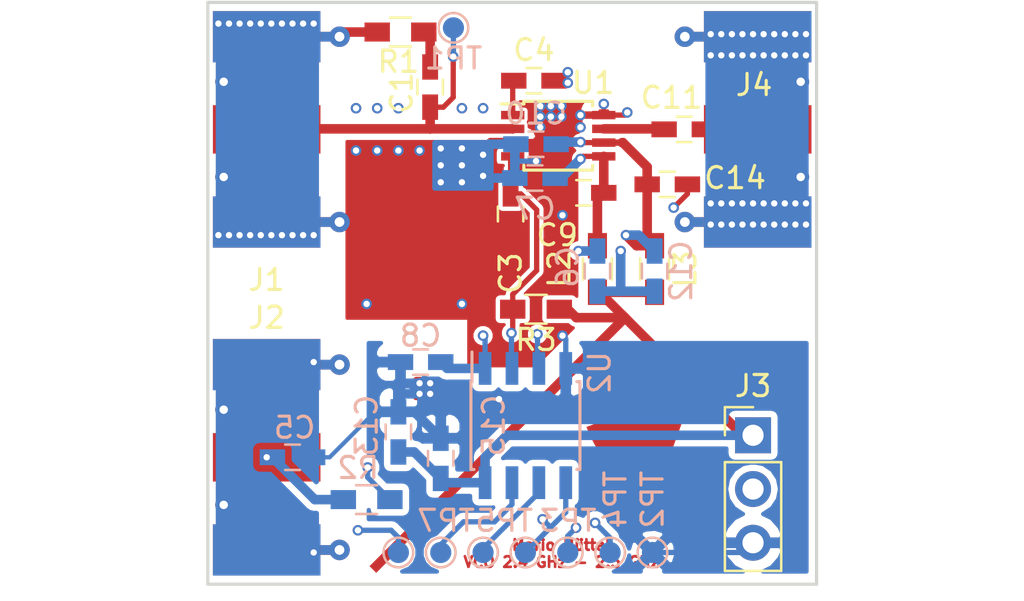
<source format=kicad_pcb>
(kicad_pcb (version 20171130) (host pcbnew "(5.0-dev-4144-gb67b4b9ea)")

  (general
    (thickness 1.6)
    (drawings 13)
    (tracks 405)
    (zones 0)
    (modules 35)
    (nets 17)
  )

  (page A4)
  (layers
    (0 F.Cu jumper)
    (1 In1.Cu signal)
    (2 In2.Cu signal)
    (31 B.Cu signal)
    (32 B.Adhes user)
    (33 F.Adhes user)
    (34 B.Paste user)
    (35 F.Paste user)
    (36 B.SilkS user)
    (37 F.SilkS user)
    (38 B.Mask user)
    (39 F.Mask user)
    (40 Dwgs.User user)
    (41 Cmts.User user)
    (42 Eco1.User user)
    (43 Eco2.User user)
    (44 Edge.Cuts user)
    (45 Margin user)
    (46 B.CrtYd user)
    (47 F.CrtYd user)
    (48 B.Fab user hide)
    (49 F.Fab user hide)
  )

  (setup
    (last_trace_width 0.25)
    (user_trace_width 0.2)
    (user_trace_width 0.451)
    (trace_clearance 0.15)
    (zone_clearance 0.15)
    (zone_45_only no)
    (trace_min 0.15)
    (segment_width 0.2)
    (edge_width 0.15)
    (via_size 0.8)
    (via_drill 0.4)
    (via_min_size 0.3)
    (via_min_drill 0.3)
    (user_via 0.5 0.3)
    (uvia_size 0.3)
    (uvia_drill 0.1)
    (uvias_allowed no)
    (uvia_min_size 0.2)
    (uvia_min_drill 0.1)
    (pcb_text_width 0.3)
    (pcb_text_size 1.5 1.5)
    (mod_edge_width 0.15)
    (mod_text_size 1 1)
    (mod_text_width 0.15)
    (pad_size 0.451 16.61)
    (pad_drill 0)
    (pad_to_mask_clearance 0.2)
    (aux_axis_origin 0 0)
    (visible_elements FFFFFF7F)
    (pcbplotparams
      (layerselection 0x010fc_ffffffff)
      (usegerberextensions false)
      (usegerberattributes false)
      (usegerberadvancedattributes false)
      (creategerberjobfile false)
      (excludeedgelayer true)
      (linewidth 0.100000)
      (plotframeref false)
      (viasonmask false)
      (mode 1)
      (useauxorigin false)
      (hpglpennumber 1)
      (hpglpenspeed 20)
      (hpglpendiameter 15)
      (psnegative false)
      (psa4output false)
      (plotreference true)
      (plotvalue true)
      (plotinvisibletext false)
      (padsonsilk false)
      (subtractmaskfromsilk false)
      (outputformat 1)
      (mirror false)
      (drillshape 1)
      (scaleselection 1)
      (outputdirectory ""))
  )

  (net 0 "")
  (net 1 "Net-(C1-Pad1)")
  (net 2 "Net-(C1-Pad2)")
  (net 3 GND)
  (net 4 "Net-(C3-Pad1)")
  (net 5 "Net-(C4-Pad2)")
  (net 6 "Net-(C5-Pad1)")
  (net 7 "Net-(C6-Pad2)")
  (net 8 "Net-(C8-Pad1)")
  (net 9 "Net-(C10-Pad2)")
  (net 10 "Net-(C11-Pad1)")
  (net 11 "Net-(C11-Pad2)")
  (net 12 "Net-(R2-Pad1)")
  (net 13 "Net-(TP7-Pad1)")
  (net 14 "Net-(TP8-Pad1)")
  (net 15 /VCC)
  (net 16 "Net-(J3-Pad2)")

  (net_class Default "This is the default net class."
    (clearance 0.15)
    (trace_width 0.25)
    (via_dia 0.8)
    (via_drill 0.4)
    (uvia_dia 0.3)
    (uvia_drill 0.1)
    (add_net /VCC)
    (add_net GND)
    (add_net "Net-(C1-Pad1)")
    (add_net "Net-(C1-Pad2)")
    (add_net "Net-(C10-Pad2)")
    (add_net "Net-(C11-Pad1)")
    (add_net "Net-(C11-Pad2)")
    (add_net "Net-(C3-Pad1)")
    (add_net "Net-(C4-Pad2)")
    (add_net "Net-(C5-Pad1)")
    (add_net "Net-(C6-Pad2)")
    (add_net "Net-(C8-Pad1)")
    (add_net "Net-(J3-Pad2)")
    (add_net "Net-(R2-Pad1)")
    (add_net "Net-(TP7-Pad1)")
    (add_net "Net-(TP8-Pad1)")
  )

  (module Connectors_Molex:Molex_SMA_Jack_Edge_Mount (layer F.Cu) (tedit 587D2992) (tstamp 5AA4B22C)
    (at 17.5 34)
    (descr "Molex SMA Jack, Edge Mount, http://www.molex.com/pdm_docs/sd/732511150_sd.pdf")
    (tags "sma edge")
    (path /5A9AA5F0)
    (attr smd)
    (fp_text reference J2 (at -1.72 -6.6) (layer F.SilkS)
      (effects (font (size 1 1) (thickness 0.15)))
    )
    (fp_text value Conn_Coaxial (at -1.72 -7.11) (layer F.Fab)
      (effects (font (size 1 1) (thickness 0.15)))
    )
    (fp_line (start -5.91 4.76) (end 0.49 4.76) (layer F.Fab) (width 0.1))
    (fp_line (start -5.91 -4.76) (end -5.91 4.76) (layer F.Fab) (width 0.1))
    (fp_line (start 0.49 -4.76) (end -5.91 -4.76) (layer F.Fab) (width 0.1))
    (fp_line (start -4.76 -3.75) (end -4.76 3.75) (layer F.Fab) (width 0.1))
    (fp_line (start -13.79 2.65) (end -5.91 2.65) (layer F.Fab) (width 0.1))
    (fp_line (start -13.79 -2.65) (end -13.79 2.65) (layer F.Fab) (width 0.1))
    (fp_line (start -13.79 -2.65) (end -5.91 -2.65) (layer F.Fab) (width 0.1))
    (fp_line (start -4.76 3.75) (end 0.49 3.75) (layer F.Fab) (width 0.1))
    (fp_line (start -4.76 -3.75) (end 0.49 -3.75) (layer F.Fab) (width 0.1))
    (fp_line (start 2.71 -6.09) (end -14.29 -6.09) (layer F.CrtYd) (width 0.05))
    (fp_line (start 2.71 -6.09) (end 2.71 6.09) (layer F.CrtYd) (width 0.05))
    (fp_line (start -14.29 6.09) (end 2.71 6.09) (layer B.CrtYd) (width 0.05))
    (fp_line (start -14.29 -6.09) (end -14.29 6.09) (layer B.CrtYd) (width 0.05))
    (fp_line (start -14.29 -6.09) (end 2.71 -6.09) (layer B.CrtYd) (width 0.05))
    (fp_line (start 2.71 -6.09) (end 2.71 6.09) (layer B.CrtYd) (width 0.05))
    (fp_line (start -14.29 6.09) (end 2.71 6.09) (layer F.CrtYd) (width 0.05))
    (fp_line (start -14.29 -6.09) (end -14.29 6.09) (layer F.CrtYd) (width 0.05))
    (fp_line (start 0.49 -4.76) (end 0.49 -3.75) (layer F.Fab) (width 0.1))
    (fp_line (start 0.49 3.75) (end 0.49 4.76) (layer F.Fab) (width 0.1))
    (fp_line (start 0.49 -0.38) (end 0.49 0.38) (layer F.Fab) (width 0.1))
    (fp_line (start -4.76 0.38) (end 0.49 0.38) (layer F.Fab) (width 0.1))
    (fp_line (start -4.76 -0.38) (end 0.49 -0.38) (layer F.Fab) (width 0.1))
    (pad 2 smd rect (at 1.27 4.38) (size 0.89 0.46) (layers B.Cu)
      (net 3 GND))
    (pad 2 smd rect (at 1.27 -4.38) (size 0.89 0.46) (layers B.Cu)
      (net 3 GND))
    (pad 2 smd rect (at 1.27 4.38) (size 0.89 0.46) (layers F.Cu)
      (net 3 GND))
    (pad 2 smd rect (at 1.27 -4.38) (size 0.89 0.46) (layers F.Cu)
      (net 3 GND))
    (pad 2 thru_hole circle (at 1.72 4.38) (size 0.97 0.97) (drill 0.46) (layers *.Cu)
      (net 3 GND))
    (pad 2 thru_hole circle (at 1.72 -4.38) (size 0.97 0.97) (drill 0.46) (layers *.Cu)
      (net 3 GND))
    (pad 2 smd rect (at -1.72 4.38) (size 5.08 2.42) (layers B.Cu B.Paste B.Mask)
      (net 3 GND))
    (pad 2 smd rect (at -1.72 -4.38) (size 5.08 2.42) (layers B.Cu B.Paste B.Mask)
      (net 3 GND))
    (pad 2 smd rect (at -1.72 4.38) (size 5.08 2.42) (layers F.Cu F.Paste F.Mask)
      (net 3 GND))
    (pad 2 smd rect (at -1.72 -4.38) (size 5.08 2.42) (layers F.Cu F.Paste F.Mask)
      (net 3 GND))
    (pad 1 smd rect (at -1.72 0) (size 5.08 2.29) (layers F.Cu F.Paste F.Mask)
      (net 6 "Net-(C5-Pad1)"))
    (model ${KISYS3DMOD}/Connectors_Molex.3dshapes/Molex_SMA_Jack_Edge_Mount.wrl
      (at (xyz 0 0 0))
      (scale (xyz 1 1 1))
      (rotate (xyz 0 0 0))
    )
  )

  (module muwave_arcstub (layer F.Cu) (tedit 5A99F67A) (tstamp 0)
    (at 36 30.7 135)
    (fp_text reference "4.8 GHz" (at 0.141421 2.262742 135) (layer F.SilkS) hide
      (effects (font (size 1 1) (thickness 0.15)))
    )
    (fp_text value muwave_arcstub (at 0 -0.5 135) (layer F.Fab)
      (effects (font (size 1 1) (thickness 0.15)))
    )
    (pad 1 smd custom (at 0 0 135) (size 0.451 0.451) (layers F.Cu)
      (net 15 /VCC) (zone_connect 0)
      (options (clearance outline) (anchor rect))
      (primitives
        (gr_poly (pts
           (xy 0 0) (xy 2.30327 -4.939377) (xy 1.86401 -5.121325) (xy 1.410564 -5.264296) (xy 0.946383 -5.367202)
           (xy 0.474999 -5.429261) (xy 0 -5.45) (xy -0.474999 -5.429261) (xy -0.946383 -5.367202) (xy -1.410564 -5.264296)
           (xy -1.86401 -5.121325) (xy -2.30327 -4.939377) (xy 0 0)) (width 0))
      ))
  )

  (module muwave_stub (layer F.Cu) (tedit 5A99F678) (tstamp 0)
    (at 32.7 27.4 135)
    (fp_text reference "2.4 GHz" (at 2.192031 -7.636753 225) (layer F.SilkS) hide
      (effects (font (size 0.451 0.451) (thickness 0.0902)))
    )
    (fp_text value muwave_stub (at 0 -0.5 135) (layer F.Fab)
      (effects (font (size 0.451 0.451) (thickness 0.0902)))
    )
    (pad 1 smd rect (at 0 -8.530499 135) (size 0.451 16.61) (layers F.Cu)
      (net 15 /VCC))
    (pad 1 smd rect (at 0 0 135) (size 0.451 0.451) (layers F.Cu)
      (net 15 /VCC))
  )

  (module Capacitors_SMD:C_0603_HandSoldering (layer F.Cu) (tedit 58AA848B) (tstamp 5AA363A4)
    (at 23.5 16.5 270)
    (descr "Capacitor SMD 0603, hand soldering")
    (tags "capacitor 0603")
    (path /5A9B13AA)
    (attr smd)
    (fp_text reference C1 (at 0.28 1.35 270) (layer F.SilkS)
      (effects (font (size 1 1) (thickness 0.15)))
    )
    (fp_text value 100n (at 0 1.5 270) (layer F.Fab)
      (effects (font (size 1 1) (thickness 0.15)))
    )
    (fp_text user %R (at 0 -1.25 270) (layer F.Fab)
      (effects (font (size 1 1) (thickness 0.15)))
    )
    (fp_line (start -0.8 0.4) (end -0.8 -0.4) (layer F.Fab) (width 0.1))
    (fp_line (start 0.8 0.4) (end -0.8 0.4) (layer F.Fab) (width 0.1))
    (fp_line (start 0.8 -0.4) (end 0.8 0.4) (layer F.Fab) (width 0.1))
    (fp_line (start -0.8 -0.4) (end 0.8 -0.4) (layer F.Fab) (width 0.1))
    (fp_line (start -0.35 -0.6) (end 0.35 -0.6) (layer F.SilkS) (width 0.12))
    (fp_line (start 0.35 0.6) (end -0.35 0.6) (layer F.SilkS) (width 0.12))
    (fp_line (start -1.8 -0.65) (end 1.8 -0.65) (layer F.CrtYd) (width 0.05))
    (fp_line (start -1.8 -0.65) (end -1.8 0.65) (layer F.CrtYd) (width 0.05))
    (fp_line (start 1.8 0.65) (end 1.8 -0.65) (layer F.CrtYd) (width 0.05))
    (fp_line (start 1.8 0.65) (end -1.8 0.65) (layer F.CrtYd) (width 0.05))
    (pad 1 smd rect (at -0.95 0 270) (size 1.2 0.75) (layers F.Cu F.Paste F.Mask)
      (net 1 "Net-(C1-Pad1)"))
    (pad 2 smd rect (at 0.95 0 270) (size 1.2 0.75) (layers F.Cu F.Paste F.Mask)
      (net 2 "Net-(C1-Pad2)"))
    (model Capacitors_SMD.3dshapes/C_0603.wrl
      (at (xyz 0 0 0))
      (scale (xyz 1 1 1))
      (rotate (xyz 0 0 0))
    )
  )

  (module Capacitors_SMD:C_0603_HandSoldering (layer F.Cu) (tedit 58AA848B) (tstamp 5AA363C6)
    (at 27.3 22.5 270)
    (descr "Capacitor SMD 0603, hand soldering")
    (tags "capacitor 0603")
    (path /5A9A9BD4)
    (attr smd)
    (fp_text reference C3 (at 2.8 0 270) (layer F.SilkS)
      (effects (font (size 1 1) (thickness 0.15)))
    )
    (fp_text value 100n (at 0 1.5 270) (layer F.Fab)
      (effects (font (size 1 1) (thickness 0.15)))
    )
    (fp_line (start 1.8 0.65) (end -1.8 0.65) (layer F.CrtYd) (width 0.05))
    (fp_line (start 1.8 0.65) (end 1.8 -0.65) (layer F.CrtYd) (width 0.05))
    (fp_line (start -1.8 -0.65) (end -1.8 0.65) (layer F.CrtYd) (width 0.05))
    (fp_line (start -1.8 -0.65) (end 1.8 -0.65) (layer F.CrtYd) (width 0.05))
    (fp_line (start 0.35 0.6) (end -0.35 0.6) (layer F.SilkS) (width 0.12))
    (fp_line (start -0.35 -0.6) (end 0.35 -0.6) (layer F.SilkS) (width 0.12))
    (fp_line (start -0.8 -0.4) (end 0.8 -0.4) (layer F.Fab) (width 0.1))
    (fp_line (start 0.8 -0.4) (end 0.8 0.4) (layer F.Fab) (width 0.1))
    (fp_line (start 0.8 0.4) (end -0.8 0.4) (layer F.Fab) (width 0.1))
    (fp_line (start -0.8 0.4) (end -0.8 -0.4) (layer F.Fab) (width 0.1))
    (fp_text user %R (at 0 -1.25 270) (layer F.Fab)
      (effects (font (size 1 1) (thickness 0.15)))
    )
    (pad 2 smd rect (at 0.95 0 270) (size 1.2 0.75) (layers F.Cu F.Paste F.Mask)
      (net 3 GND))
    (pad 1 smd rect (at -0.95 0 270) (size 1.2 0.75) (layers F.Cu F.Paste F.Mask)
      (net 4 "Net-(C3-Pad1)"))
    (model Capacitors_SMD.3dshapes/C_0603.wrl
      (at (xyz 0 0 0))
      (scale (xyz 1 1 1))
      (rotate (xyz 0 0 0))
    )
  )

  (module Capacitors_SMD:C_0603_HandSoldering (layer F.Cu) (tedit 58AA848B) (tstamp 5AA363D7)
    (at 28.4 16.2 180)
    (descr "Capacitor SMD 0603, hand soldering")
    (tags "capacitor 0603")
    (path /5A99C4B9)
    (attr smd)
    (fp_text reference C4 (at 0 1.45 180) (layer F.SilkS)
      (effects (font (size 1 1) (thickness 0.15)))
    )
    (fp_text value 100n (at 0 1.5 180) (layer F.Fab)
      (effects (font (size 1 1) (thickness 0.15)))
    )
    (fp_line (start 1.8 0.65) (end -1.8 0.65) (layer F.CrtYd) (width 0.05))
    (fp_line (start 1.8 0.65) (end 1.8 -0.65) (layer F.CrtYd) (width 0.05))
    (fp_line (start -1.8 -0.65) (end -1.8 0.65) (layer F.CrtYd) (width 0.05))
    (fp_line (start -1.8 -0.65) (end 1.8 -0.65) (layer F.CrtYd) (width 0.05))
    (fp_line (start 0.35 0.6) (end -0.35 0.6) (layer F.SilkS) (width 0.12))
    (fp_line (start -0.35 -0.6) (end 0.35 -0.6) (layer F.SilkS) (width 0.12))
    (fp_line (start -0.8 -0.4) (end 0.8 -0.4) (layer F.Fab) (width 0.1))
    (fp_line (start 0.8 -0.4) (end 0.8 0.4) (layer F.Fab) (width 0.1))
    (fp_line (start 0.8 0.4) (end -0.8 0.4) (layer F.Fab) (width 0.1))
    (fp_line (start -0.8 0.4) (end -0.8 -0.4) (layer F.Fab) (width 0.1))
    (fp_text user %R (at 0 -1.25 180) (layer F.Fab)
      (effects (font (size 1 1) (thickness 0.15)))
    )
    (pad 2 smd rect (at 0.95 0 180) (size 1.2 0.75) (layers F.Cu F.Paste F.Mask)
      (net 5 "Net-(C4-Pad2)"))
    (pad 1 smd rect (at -0.95 0 180) (size 1.2 0.75) (layers F.Cu F.Paste F.Mask)
      (net 3 GND))
    (model Capacitors_SMD.3dshapes/C_0603.wrl
      (at (xyz 0 0 0))
      (scale (xyz 1 1 1))
      (rotate (xyz 0 0 0))
    )
  )

  (module Capacitors_SMD:C_0603_HandSoldering (layer B.Cu) (tedit 58AA848B) (tstamp 5AA363E8)
    (at 17 34)
    (descr "Capacitor SMD 0603, hand soldering")
    (tags "capacitor 0603")
    (path /5A9B50A4)
    (attr smd)
    (fp_text reference C5 (at 0.1 -1.4) (layer B.SilkS)
      (effects (font (size 1 1) (thickness 0.15)) (justify mirror))
    )
    (fp_text value C (at 0 -1.5) (layer B.Fab)
      (effects (font (size 1 1) (thickness 0.15)) (justify mirror))
    )
    (fp_line (start 1.8 -0.65) (end -1.8 -0.65) (layer B.CrtYd) (width 0.05))
    (fp_line (start 1.8 -0.65) (end 1.8 0.65) (layer B.CrtYd) (width 0.05))
    (fp_line (start -1.8 0.65) (end -1.8 -0.65) (layer B.CrtYd) (width 0.05))
    (fp_line (start -1.8 0.65) (end 1.8 0.65) (layer B.CrtYd) (width 0.05))
    (fp_line (start 0.35 -0.6) (end -0.35 -0.6) (layer B.SilkS) (width 0.12))
    (fp_line (start -0.35 0.6) (end 0.35 0.6) (layer B.SilkS) (width 0.12))
    (fp_line (start -0.8 0.4) (end 0.8 0.4) (layer B.Fab) (width 0.1))
    (fp_line (start 0.8 0.4) (end 0.8 -0.4) (layer B.Fab) (width 0.1))
    (fp_line (start 0.8 -0.4) (end -0.8 -0.4) (layer B.Fab) (width 0.1))
    (fp_line (start -0.8 -0.4) (end -0.8 0.4) (layer B.Fab) (width 0.1))
    (fp_text user %R (at 0 1.25) (layer B.Fab)
      (effects (font (size 1 1) (thickness 0.15)) (justify mirror))
    )
    (pad 2 smd rect (at 0.95 0) (size 1.2 0.75) (layers B.Cu B.Paste B.Mask)
      (net 3 GND))
    (pad 1 smd rect (at -0.95 0) (size 1.2 0.75) (layers B.Cu B.Paste B.Mask)
      (net 6 "Net-(C5-Pad1)"))
    (model Capacitors_SMD.3dshapes/C_0603.wrl
      (at (xyz 0 0 0))
      (scale (xyz 1 1 1))
      (rotate (xyz 0 0 0))
    )
  )

  (module Capacitors_SMD:C_0603_HandSoldering (layer B.Cu) (tedit 58AA848B) (tstamp 5AA363F9)
    (at 31.4 25.2 90)
    (descr "Capacitor SMD 0603, hand soldering")
    (tags "capacitor 0603")
    (path /5A99EE68)
    (attr smd)
    (fp_text reference C6 (at 0.2 -1.4 90) (layer B.SilkS)
      (effects (font (size 1 1) (thickness 0.15)) (justify mirror))
    )
    (fp_text value 1u (at 0 -1.5 90) (layer B.Fab)
      (effects (font (size 1 1) (thickness 0.15)) (justify mirror))
    )
    (fp_text user %R (at 0 1.25 90) (layer B.Fab)
      (effects (font (size 1 1) (thickness 0.15)) (justify mirror))
    )
    (fp_line (start -0.8 -0.4) (end -0.8 0.4) (layer B.Fab) (width 0.1))
    (fp_line (start 0.8 -0.4) (end -0.8 -0.4) (layer B.Fab) (width 0.1))
    (fp_line (start 0.8 0.4) (end 0.8 -0.4) (layer B.Fab) (width 0.1))
    (fp_line (start -0.8 0.4) (end 0.8 0.4) (layer B.Fab) (width 0.1))
    (fp_line (start -0.35 0.6) (end 0.35 0.6) (layer B.SilkS) (width 0.12))
    (fp_line (start 0.35 -0.6) (end -0.35 -0.6) (layer B.SilkS) (width 0.12))
    (fp_line (start -1.8 0.65) (end 1.8 0.65) (layer B.CrtYd) (width 0.05))
    (fp_line (start -1.8 0.65) (end -1.8 -0.65) (layer B.CrtYd) (width 0.05))
    (fp_line (start 1.8 -0.65) (end 1.8 0.65) (layer B.CrtYd) (width 0.05))
    (fp_line (start 1.8 -0.65) (end -1.8 -0.65) (layer B.CrtYd) (width 0.05))
    (pad 1 smd rect (at -0.95 0 90) (size 1.2 0.75) (layers B.Cu B.Paste B.Mask)
      (net 3 GND))
    (pad 2 smd rect (at 0.95 0 90) (size 1.2 0.75) (layers B.Cu B.Paste B.Mask)
      (net 7 "Net-(C6-Pad2)"))
    (model Capacitors_SMD.3dshapes/C_0603.wrl
      (at (xyz 0 0 0))
      (scale (xyz 1 1 1))
      (rotate (xyz 0 0 0))
    )
  )

  (module Capacitors_SMD:C_0603_HandSoldering (layer B.Cu) (tedit 58AA848B) (tstamp 5AA37BE7)
    (at 28.45 20.8)
    (descr "Capacitor SMD 0603, hand soldering")
    (tags "capacitor 0603")
    (path /5A99ED44)
    (attr smd)
    (fp_text reference C7 (at 0 1.45) (layer B.SilkS)
      (effects (font (size 1 1) (thickness 0.15)) (justify mirror))
    )
    (fp_text value 100n (at 0 -1.5) (layer B.Fab)
      (effects (font (size 1 1) (thickness 0.15)) (justify mirror))
    )
    (fp_line (start 1.8 -0.65) (end -1.8 -0.65) (layer B.CrtYd) (width 0.05))
    (fp_line (start 1.8 -0.65) (end 1.8 0.65) (layer B.CrtYd) (width 0.05))
    (fp_line (start -1.8 0.65) (end -1.8 -0.65) (layer B.CrtYd) (width 0.05))
    (fp_line (start -1.8 0.65) (end 1.8 0.65) (layer B.CrtYd) (width 0.05))
    (fp_line (start 0.35 -0.6) (end -0.35 -0.6) (layer B.SilkS) (width 0.12))
    (fp_line (start -0.35 0.6) (end 0.35 0.6) (layer B.SilkS) (width 0.12))
    (fp_line (start -0.8 0.4) (end 0.8 0.4) (layer B.Fab) (width 0.1))
    (fp_line (start 0.8 0.4) (end 0.8 -0.4) (layer B.Fab) (width 0.1))
    (fp_line (start 0.8 -0.4) (end -0.8 -0.4) (layer B.Fab) (width 0.1))
    (fp_line (start -0.8 -0.4) (end -0.8 0.4) (layer B.Fab) (width 0.1))
    (fp_text user %R (at 0 1.25) (layer B.Fab)
      (effects (font (size 1 1) (thickness 0.15)) (justify mirror))
    )
    (pad 2 smd rect (at 0.95 0) (size 1.2 0.75) (layers B.Cu B.Paste B.Mask)
      (net 7 "Net-(C6-Pad2)"))
    (pad 1 smd rect (at -0.95 0) (size 1.2 0.75) (layers B.Cu B.Paste B.Mask)
      (net 3 GND))
    (model Capacitors_SMD.3dshapes/C_0603.wrl
      (at (xyz 0 0 0))
      (scale (xyz 1 1 1))
      (rotate (xyz 0 0 0))
    )
  )

  (module Capacitors_SMD:C_0603_HandSoldering (layer B.Cu) (tedit 58AA848B) (tstamp 5AA3641B)
    (at 23.05 29.5 180)
    (descr "Capacitor SMD 0603, hand soldering")
    (tags "capacitor 0603")
    (path /5A9C039F)
    (attr smd)
    (fp_text reference C8 (at 0 1.25 180) (layer B.SilkS)
      (effects (font (size 1 1) (thickness 0.15)) (justify mirror))
    )
    (fp_text value 100n (at 0 -1.5 180) (layer B.Fab)
      (effects (font (size 1 1) (thickness 0.15)) (justify mirror))
    )
    (fp_line (start 1.8 -0.65) (end -1.8 -0.65) (layer B.CrtYd) (width 0.05))
    (fp_line (start 1.8 -0.65) (end 1.8 0.65) (layer B.CrtYd) (width 0.05))
    (fp_line (start -1.8 0.65) (end -1.8 -0.65) (layer B.CrtYd) (width 0.05))
    (fp_line (start -1.8 0.65) (end 1.8 0.65) (layer B.CrtYd) (width 0.05))
    (fp_line (start 0.35 -0.6) (end -0.35 -0.6) (layer B.SilkS) (width 0.12))
    (fp_line (start -0.35 0.6) (end 0.35 0.6) (layer B.SilkS) (width 0.12))
    (fp_line (start -0.8 0.4) (end 0.8 0.4) (layer B.Fab) (width 0.1))
    (fp_line (start 0.8 0.4) (end 0.8 -0.4) (layer B.Fab) (width 0.1))
    (fp_line (start 0.8 -0.4) (end -0.8 -0.4) (layer B.Fab) (width 0.1))
    (fp_line (start -0.8 -0.4) (end -0.8 0.4) (layer B.Fab) (width 0.1))
    (fp_text user %R (at 0 1.25 180) (layer B.Fab)
      (effects (font (size 1 1) (thickness 0.15)) (justify mirror))
    )
    (pad 2 smd rect (at 0.95 0 180) (size 1.2 0.75) (layers B.Cu B.Paste B.Mask)
      (net 3 GND))
    (pad 1 smd rect (at -0.95 0 180) (size 1.2 0.75) (layers B.Cu B.Paste B.Mask)
      (net 8 "Net-(C8-Pad1)"))
    (model Capacitors_SMD.3dshapes/C_0603.wrl
      (at (xyz 0 0 0))
      (scale (xyz 1 1 1))
      (rotate (xyz 0 0 0))
    )
  )

  (module Capacitors_SMD:C_0603_HandSoldering (layer F.Cu) (tedit 58AA848B) (tstamp 5AA3642C)
    (at 30.75 21.5)
    (descr "Capacitor SMD 0603, hand soldering")
    (tags "capacitor 0603")
    (path /5A99EFDC)
    (attr smd)
    (fp_text reference C9 (at -1.25 2) (layer F.SilkS)
      (effects (font (size 1 1) (thickness 0.15)))
    )
    (fp_text value 100n (at 0 1.5) (layer F.Fab)
      (effects (font (size 1 1) (thickness 0.15)))
    )
    (fp_line (start 1.8 0.65) (end -1.8 0.65) (layer F.CrtYd) (width 0.05))
    (fp_line (start 1.8 0.65) (end 1.8 -0.65) (layer F.CrtYd) (width 0.05))
    (fp_line (start -1.8 -0.65) (end -1.8 0.65) (layer F.CrtYd) (width 0.05))
    (fp_line (start -1.8 -0.65) (end 1.8 -0.65) (layer F.CrtYd) (width 0.05))
    (fp_line (start 0.35 0.6) (end -0.35 0.6) (layer F.SilkS) (width 0.12))
    (fp_line (start -0.35 -0.6) (end 0.35 -0.6) (layer F.SilkS) (width 0.12))
    (fp_line (start -0.8 -0.4) (end 0.8 -0.4) (layer F.Fab) (width 0.1))
    (fp_line (start 0.8 -0.4) (end 0.8 0.4) (layer F.Fab) (width 0.1))
    (fp_line (start 0.8 0.4) (end -0.8 0.4) (layer F.Fab) (width 0.1))
    (fp_line (start -0.8 0.4) (end -0.8 -0.4) (layer F.Fab) (width 0.1))
    (fp_text user %R (at 0 -1.25) (layer F.Fab)
      (effects (font (size 1 1) (thickness 0.15)))
    )
    (pad 2 smd rect (at 0.95 0) (size 1.2 0.75) (layers F.Cu F.Paste F.Mask)
      (net 7 "Net-(C6-Pad2)"))
    (pad 1 smd rect (at -0.95 0) (size 1.2 0.75) (layers F.Cu F.Paste F.Mask)
      (net 3 GND))
    (model Capacitors_SMD.3dshapes/C_0603.wrl
      (at (xyz 0 0 0))
      (scale (xyz 1 1 1))
      (rotate (xyz 0 0 0))
    )
  )

  (module Capacitors_SMD:C_0603_HandSoldering (layer B.Cu) (tedit 58AA848B) (tstamp 5AA3643D)
    (at 28.5 19.2)
    (descr "Capacitor SMD 0603, hand soldering")
    (tags "capacitor 0603")
    (path /5A99F014)
    (attr smd)
    (fp_text reference C10 (at 0 -1.45) (layer B.SilkS)
      (effects (font (size 1 1) (thickness 0.15)) (justify mirror))
    )
    (fp_text value 100n (at 0 -1.5) (layer B.Fab)
      (effects (font (size 1 1) (thickness 0.15)) (justify mirror))
    )
    (fp_text user %R (at 0 1.25) (layer B.Fab)
      (effects (font (size 1 1) (thickness 0.15)) (justify mirror))
    )
    (fp_line (start -0.8 -0.4) (end -0.8 0.4) (layer B.Fab) (width 0.1))
    (fp_line (start 0.8 -0.4) (end -0.8 -0.4) (layer B.Fab) (width 0.1))
    (fp_line (start 0.8 0.4) (end 0.8 -0.4) (layer B.Fab) (width 0.1))
    (fp_line (start -0.8 0.4) (end 0.8 0.4) (layer B.Fab) (width 0.1))
    (fp_line (start -0.35 0.6) (end 0.35 0.6) (layer B.SilkS) (width 0.12))
    (fp_line (start 0.35 -0.6) (end -0.35 -0.6) (layer B.SilkS) (width 0.12))
    (fp_line (start -1.8 0.65) (end 1.8 0.65) (layer B.CrtYd) (width 0.05))
    (fp_line (start -1.8 0.65) (end -1.8 -0.65) (layer B.CrtYd) (width 0.05))
    (fp_line (start 1.8 -0.65) (end 1.8 0.65) (layer B.CrtYd) (width 0.05))
    (fp_line (start 1.8 -0.65) (end -1.8 -0.65) (layer B.CrtYd) (width 0.05))
    (pad 1 smd rect (at -0.95 0) (size 1.2 0.75) (layers B.Cu B.Paste B.Mask)
      (net 3 GND))
    (pad 2 smd rect (at 0.95 0) (size 1.2 0.75) (layers B.Cu B.Paste B.Mask)
      (net 9 "Net-(C10-Pad2)"))
    (model Capacitors_SMD.3dshapes/C_0603.wrl
      (at (xyz 0 0 0))
      (scale (xyz 1 1 1))
      (rotate (xyz 0 0 0))
    )
  )

  (module Capacitors_SMD:C_0603_HandSoldering (layer F.Cu) (tedit 58AA848B) (tstamp 5AA36B24)
    (at 35.5 18.5 180)
    (descr "Capacitor SMD 0603, hand soldering")
    (tags "capacitor 0603")
    (path /5A9A7213)
    (attr smd)
    (fp_text reference C11 (at 0.6 1.5 180) (layer F.SilkS)
      (effects (font (size 1 1) (thickness 0.15)))
    )
    (fp_text value 100n (at 0 1.5 180) (layer F.Fab)
      (effects (font (size 1 1) (thickness 0.15)))
    )
    (fp_text user %R (at 0 -1.25 180) (layer F.Fab)
      (effects (font (size 1 1) (thickness 0.15)))
    )
    (fp_line (start -0.8 0.4) (end -0.8 -0.4) (layer F.Fab) (width 0.1))
    (fp_line (start 0.8 0.4) (end -0.8 0.4) (layer F.Fab) (width 0.1))
    (fp_line (start 0.8 -0.4) (end 0.8 0.4) (layer F.Fab) (width 0.1))
    (fp_line (start -0.8 -0.4) (end 0.8 -0.4) (layer F.Fab) (width 0.1))
    (fp_line (start -0.35 -0.6) (end 0.35 -0.6) (layer F.SilkS) (width 0.12))
    (fp_line (start 0.35 0.6) (end -0.35 0.6) (layer F.SilkS) (width 0.12))
    (fp_line (start -1.8 -0.65) (end 1.8 -0.65) (layer F.CrtYd) (width 0.05))
    (fp_line (start -1.8 -0.65) (end -1.8 0.65) (layer F.CrtYd) (width 0.05))
    (fp_line (start 1.8 0.65) (end 1.8 -0.65) (layer F.CrtYd) (width 0.05))
    (fp_line (start 1.8 0.65) (end -1.8 0.65) (layer F.CrtYd) (width 0.05))
    (pad 1 smd rect (at -0.95 0 180) (size 1.2 0.75) (layers F.Cu F.Paste F.Mask)
      (net 10 "Net-(C11-Pad1)"))
    (pad 2 smd rect (at 0.95 0 180) (size 1.2 0.75) (layers F.Cu F.Paste F.Mask)
      (net 11 "Net-(C11-Pad2)"))
    (model Capacitors_SMD.3dshapes/C_0603.wrl
      (at (xyz 0 0 0))
      (scale (xyz 1 1 1))
      (rotate (xyz 0 0 0))
    )
  )

  (module Capacitors_SMD:C_0603_HandSoldering (layer B.Cu) (tedit 58AA848B) (tstamp 5AA3645F)
    (at 34.1 25.2 90)
    (descr "Capacitor SMD 0603, hand soldering")
    (tags "capacitor 0603")
    (path /5A99F052)
    (attr smd)
    (fp_text reference C12 (at 0 1.25 90) (layer B.SilkS)
      (effects (font (size 1 1) (thickness 0.15)) (justify mirror))
    )
    (fp_text value 1u (at 0 -1.5 90) (layer B.Fab)
      (effects (font (size 1 1) (thickness 0.15)) (justify mirror))
    )
    (fp_text user %R (at 0 1.25 90) (layer B.Fab)
      (effects (font (size 1 1) (thickness 0.15)) (justify mirror))
    )
    (fp_line (start -0.8 -0.4) (end -0.8 0.4) (layer B.Fab) (width 0.1))
    (fp_line (start 0.8 -0.4) (end -0.8 -0.4) (layer B.Fab) (width 0.1))
    (fp_line (start 0.8 0.4) (end 0.8 -0.4) (layer B.Fab) (width 0.1))
    (fp_line (start -0.8 0.4) (end 0.8 0.4) (layer B.Fab) (width 0.1))
    (fp_line (start -0.35 0.6) (end 0.35 0.6) (layer B.SilkS) (width 0.12))
    (fp_line (start 0.35 -0.6) (end -0.35 -0.6) (layer B.SilkS) (width 0.12))
    (fp_line (start -1.8 0.65) (end 1.8 0.65) (layer B.CrtYd) (width 0.05))
    (fp_line (start -1.8 0.65) (end -1.8 -0.65) (layer B.CrtYd) (width 0.05))
    (fp_line (start 1.8 -0.65) (end 1.8 0.65) (layer B.CrtYd) (width 0.05))
    (fp_line (start 1.8 -0.65) (end -1.8 -0.65) (layer B.CrtYd) (width 0.05))
    (pad 1 smd rect (at -0.95 0 90) (size 1.2 0.75) (layers B.Cu B.Paste B.Mask)
      (net 3 GND))
    (pad 2 smd rect (at 0.95 0 90) (size 1.2 0.75) (layers B.Cu B.Paste B.Mask)
      (net 9 "Net-(C10-Pad2)"))
    (model Capacitors_SMD.3dshapes/C_0603.wrl
      (at (xyz 0 0 0))
      (scale (xyz 1 1 1))
      (rotate (xyz 0 0 0))
    )
  )

  (module Capacitors_SMD:C_0603_HandSoldering (layer B.Cu) (tedit 58AA848B) (tstamp 5AA36470)
    (at 22 32.8 90)
    (descr "Capacitor SMD 0603, hand soldering")
    (tags "capacitor 0603")
    (path /5A9C8638)
    (attr smd)
    (fp_text reference C13 (at 0.3 -1.5 90) (layer B.SilkS)
      (effects (font (size 1 1) (thickness 0.15)) (justify mirror))
    )
    (fp_text value 100n (at 0 -1.5 90) (layer B.Fab)
      (effects (font (size 1 1) (thickness 0.15)) (justify mirror))
    )
    (fp_text user %R (at 0 1.25 90) (layer B.Fab)
      (effects (font (size 1 1) (thickness 0.15)) (justify mirror))
    )
    (fp_line (start -0.8 -0.4) (end -0.8 0.4) (layer B.Fab) (width 0.1))
    (fp_line (start 0.8 -0.4) (end -0.8 -0.4) (layer B.Fab) (width 0.1))
    (fp_line (start 0.8 0.4) (end 0.8 -0.4) (layer B.Fab) (width 0.1))
    (fp_line (start -0.8 0.4) (end 0.8 0.4) (layer B.Fab) (width 0.1))
    (fp_line (start -0.35 0.6) (end 0.35 0.6) (layer B.SilkS) (width 0.12))
    (fp_line (start 0.35 -0.6) (end -0.35 -0.6) (layer B.SilkS) (width 0.12))
    (fp_line (start -1.8 0.65) (end 1.8 0.65) (layer B.CrtYd) (width 0.05))
    (fp_line (start -1.8 0.65) (end -1.8 -0.65) (layer B.CrtYd) (width 0.05))
    (fp_line (start 1.8 -0.65) (end 1.8 0.65) (layer B.CrtYd) (width 0.05))
    (fp_line (start 1.8 -0.65) (end -1.8 -0.65) (layer B.CrtYd) (width 0.05))
    (pad 1 smd rect (at -0.95 0 90) (size 1.2 0.75) (layers B.Cu B.Paste B.Mask)
      (net 15 /VCC))
    (pad 2 smd rect (at 0.95 0 90) (size 1.2 0.75) (layers B.Cu B.Paste B.Mask)
      (net 3 GND))
    (model Capacitors_SMD.3dshapes/C_0603.wrl
      (at (xyz 0 0 0))
      (scale (xyz 1 1 1))
      (rotate (xyz 0 0 0))
    )
  )

  (module Capacitors_SMD:C_0603_HandSoldering (layer F.Cu) (tedit 58AA848B) (tstamp 5AA36481)
    (at 34.7 21.1 180)
    (descr "Capacitor SMD 0603, hand soldering")
    (tags "capacitor 0603")
    (path /5A9A0CA8)
    (attr smd)
    (fp_text reference C14 (at -3.2 0.3 180) (layer F.SilkS)
      (effects (font (size 1 1) (thickness 0.15)))
    )
    (fp_text value 100n (at 0 1.5 180) (layer F.Fab)
      (effects (font (size 1 1) (thickness 0.15)))
    )
    (fp_line (start 1.8 0.65) (end -1.8 0.65) (layer F.CrtYd) (width 0.05))
    (fp_line (start 1.8 0.65) (end 1.8 -0.65) (layer F.CrtYd) (width 0.05))
    (fp_line (start -1.8 -0.65) (end -1.8 0.65) (layer F.CrtYd) (width 0.05))
    (fp_line (start -1.8 -0.65) (end 1.8 -0.65) (layer F.CrtYd) (width 0.05))
    (fp_line (start 0.35 0.6) (end -0.35 0.6) (layer F.SilkS) (width 0.12))
    (fp_line (start -0.35 -0.6) (end 0.35 -0.6) (layer F.SilkS) (width 0.12))
    (fp_line (start -0.8 -0.4) (end 0.8 -0.4) (layer F.Fab) (width 0.1))
    (fp_line (start 0.8 -0.4) (end 0.8 0.4) (layer F.Fab) (width 0.1))
    (fp_line (start 0.8 0.4) (end -0.8 0.4) (layer F.Fab) (width 0.1))
    (fp_line (start -0.8 0.4) (end -0.8 -0.4) (layer F.Fab) (width 0.1))
    (fp_text user %R (at 0 -1.25 180) (layer F.Fab)
      (effects (font (size 1 1) (thickness 0.15)))
    )
    (pad 2 smd rect (at 0.95 0 180) (size 1.2 0.75) (layers F.Cu F.Paste F.Mask)
      (net 9 "Net-(C10-Pad2)"))
    (pad 1 smd rect (at -0.95 0 180) (size 1.2 0.75) (layers F.Cu F.Paste F.Mask)
      (net 3 GND))
    (model Capacitors_SMD.3dshapes/C_0603.wrl
      (at (xyz 0 0 0))
      (scale (xyz 1 1 1))
      (rotate (xyz 0 0 0))
    )
  )

  (module Capacitors_SMD:C_0603_HandSoldering (layer B.Cu) (tedit 58AA848B) (tstamp 5AA36492)
    (at 24 34.05 90)
    (descr "Capacitor SMD 0603, hand soldering")
    (tags "capacitor 0603")
    (path /5A9C8572)
    (attr smd)
    (fp_text reference C15 (at 1.55 2.5 90) (layer B.SilkS)
      (effects (font (size 1 1) (thickness 0.15)) (justify mirror))
    )
    (fp_text value 1u (at 0 -1.5 90) (layer B.Fab)
      (effects (font (size 1 1) (thickness 0.15)) (justify mirror))
    )
    (fp_line (start 1.8 -0.65) (end -1.8 -0.65) (layer B.CrtYd) (width 0.05))
    (fp_line (start 1.8 -0.65) (end 1.8 0.65) (layer B.CrtYd) (width 0.05))
    (fp_line (start -1.8 0.65) (end -1.8 -0.65) (layer B.CrtYd) (width 0.05))
    (fp_line (start -1.8 0.65) (end 1.8 0.65) (layer B.CrtYd) (width 0.05))
    (fp_line (start 0.35 -0.6) (end -0.35 -0.6) (layer B.SilkS) (width 0.12))
    (fp_line (start -0.35 0.6) (end 0.35 0.6) (layer B.SilkS) (width 0.12))
    (fp_line (start -0.8 0.4) (end 0.8 0.4) (layer B.Fab) (width 0.1))
    (fp_line (start 0.8 0.4) (end 0.8 -0.4) (layer B.Fab) (width 0.1))
    (fp_line (start 0.8 -0.4) (end -0.8 -0.4) (layer B.Fab) (width 0.1))
    (fp_line (start -0.8 -0.4) (end -0.8 0.4) (layer B.Fab) (width 0.1))
    (fp_text user %R (at 0 1.25 90) (layer B.Fab)
      (effects (font (size 1 1) (thickness 0.15)) (justify mirror))
    )
    (pad 2 smd rect (at 0.95 0 90) (size 1.2 0.75) (layers B.Cu B.Paste B.Mask)
      (net 3 GND))
    (pad 1 smd rect (at -0.95 0 90) (size 1.2 0.75) (layers B.Cu B.Paste B.Mask)
      (net 15 /VCC))
    (model Capacitors_SMD.3dshapes/C_0603.wrl
      (at (xyz 0 0 0))
      (scale (xyz 1 1 1))
      (rotate (xyz 0 0 0))
    )
  )

  (module Connectors_Molex:Molex_SMA_Jack_Edge_Mount (layer F.Cu) (tedit 587D2992) (tstamp 5AA364B7)
    (at 17.5 18.5)
    (descr "Molex SMA Jack, Edge Mount, http://www.molex.com/pdm_docs/sd/732511150_sd.pdf")
    (tags "sma edge")
    (path /5A99C666)
    (attr smd)
    (fp_text reference J1 (at -1.72 7.11) (layer F.SilkS)
      (effects (font (size 1 1) (thickness 0.15)))
    )
    (fp_text value Conn_Coaxial (at -1.72 -7.11) (layer F.Fab)
      (effects (font (size 1 1) (thickness 0.15)))
    )
    (fp_line (start -5.91 4.76) (end 0.49 4.76) (layer F.Fab) (width 0.1))
    (fp_line (start -5.91 -4.76) (end -5.91 4.76) (layer F.Fab) (width 0.1))
    (fp_line (start 0.49 -4.76) (end -5.91 -4.76) (layer F.Fab) (width 0.1))
    (fp_line (start -4.76 -3.75) (end -4.76 3.75) (layer F.Fab) (width 0.1))
    (fp_line (start -13.79 2.65) (end -5.91 2.65) (layer F.Fab) (width 0.1))
    (fp_line (start -13.79 -2.65) (end -13.79 2.65) (layer F.Fab) (width 0.1))
    (fp_line (start -13.79 -2.65) (end -5.91 -2.65) (layer F.Fab) (width 0.1))
    (fp_line (start -4.76 3.75) (end 0.49 3.75) (layer F.Fab) (width 0.1))
    (fp_line (start -4.76 -3.75) (end 0.49 -3.75) (layer F.Fab) (width 0.1))
    (fp_line (start 2.71 -6.09) (end -14.29 -6.09) (layer F.CrtYd) (width 0.05))
    (fp_line (start 2.71 -6.09) (end 2.71 6.09) (layer F.CrtYd) (width 0.05))
    (fp_line (start -14.29 6.09) (end 2.71 6.09) (layer B.CrtYd) (width 0.05))
    (fp_line (start -14.29 -6.09) (end -14.29 6.09) (layer B.CrtYd) (width 0.05))
    (fp_line (start -14.29 -6.09) (end 2.71 -6.09) (layer B.CrtYd) (width 0.05))
    (fp_line (start 2.71 -6.09) (end 2.71 6.09) (layer B.CrtYd) (width 0.05))
    (fp_line (start -14.29 6.09) (end 2.71 6.09) (layer F.CrtYd) (width 0.05))
    (fp_line (start -14.29 -6.09) (end -14.29 6.09) (layer F.CrtYd) (width 0.05))
    (fp_line (start 0.49 -4.76) (end 0.49 -3.75) (layer F.Fab) (width 0.1))
    (fp_line (start 0.49 3.75) (end 0.49 4.76) (layer F.Fab) (width 0.1))
    (fp_line (start 0.49 -0.38) (end 0.49 0.38) (layer F.Fab) (width 0.1))
    (fp_line (start -4.76 0.38) (end 0.49 0.38) (layer F.Fab) (width 0.1))
    (fp_line (start -4.76 -0.38) (end 0.49 -0.38) (layer F.Fab) (width 0.1))
    (pad 2 smd rect (at 1.27 4.38) (size 0.89 0.46) (layers B.Cu)
      (net 3 GND))
    (pad 2 smd rect (at 1.27 -4.38) (size 0.89 0.46) (layers B.Cu)
      (net 3 GND))
    (pad 2 smd rect (at 1.27 4.38) (size 0.89 0.46) (layers F.Cu)
      (net 3 GND))
    (pad 2 smd rect (at 1.27 -4.38) (size 0.89 0.46) (layers F.Cu)
      (net 3 GND))
    (pad 2 thru_hole circle (at 1.72 4.38) (size 0.97 0.97) (drill 0.46) (layers *.Cu)
      (net 3 GND))
    (pad 2 thru_hole circle (at 1.72 -4.38) (size 0.97 0.97) (drill 0.46) (layers *.Cu)
      (net 3 GND))
    (pad 2 smd rect (at -1.72 4.38) (size 5.08 2.42) (layers B.Cu B.Paste B.Mask)
      (net 3 GND))
    (pad 2 smd rect (at -1.72 -4.38) (size 5.08 2.42) (layers B.Cu B.Paste B.Mask)
      (net 3 GND))
    (pad 2 smd rect (at -1.72 4.38) (size 5.08 2.42) (layers F.Cu F.Paste F.Mask)
      (net 3 GND))
    (pad 2 smd rect (at -1.72 -4.38) (size 5.08 2.42) (layers F.Cu F.Paste F.Mask)
      (net 3 GND))
    (pad 1 smd rect (at -1.72 0) (size 5.08 2.29) (layers F.Cu F.Paste F.Mask)
      (net 2 "Net-(C1-Pad2)"))
    (model ${KISYS3DMOD}/Connectors_Molex.3dshapes/Molex_SMA_Jack_Edge_Mount.wrl
      (at (xyz 0 0 0))
      (scale (xyz 1 1 1))
      (rotate (xyz 0 0 0))
    )
  )

  (module Pin_Headers:Pin_Header_Straight_1x03_Pitch2.54mm (layer F.Cu) (tedit 59650532) (tstamp 5AAB829D)
    (at 38.75 32.96)
    (descr "Through hole straight pin header, 1x03, 2.54mm pitch, single row")
    (tags "Through hole pin header THT 1x03 2.54mm single row")
    (path /5A99D9FE)
    (fp_text reference J3 (at 0 -2.33) (layer F.SilkS)
      (effects (font (size 1 1) (thickness 0.15)))
    )
    (fp_text value Conn_01x03 (at 0 7.41) (layer F.Fab)
      (effects (font (size 1 1) (thickness 0.15)))
    )
    (fp_text user %R (at 0 2.54 90) (layer F.Fab)
      (effects (font (size 1 1) (thickness 0.15)))
    )
    (fp_line (start 1.8 -1.8) (end -1.8 -1.8) (layer F.CrtYd) (width 0.05))
    (fp_line (start 1.8 6.85) (end 1.8 -1.8) (layer F.CrtYd) (width 0.05))
    (fp_line (start -1.8 6.85) (end 1.8 6.85) (layer F.CrtYd) (width 0.05))
    (fp_line (start -1.8 -1.8) (end -1.8 6.85) (layer F.CrtYd) (width 0.05))
    (fp_line (start -1.33 -1.33) (end 0 -1.33) (layer F.SilkS) (width 0.12))
    (fp_line (start -1.33 0) (end -1.33 -1.33) (layer F.SilkS) (width 0.12))
    (fp_line (start -1.33 1.27) (end 1.33 1.27) (layer F.SilkS) (width 0.12))
    (fp_line (start 1.33 1.27) (end 1.33 6.41) (layer F.SilkS) (width 0.12))
    (fp_line (start -1.33 1.27) (end -1.33 6.41) (layer F.SilkS) (width 0.12))
    (fp_line (start -1.33 6.41) (end 1.33 6.41) (layer F.SilkS) (width 0.12))
    (fp_line (start -1.27 -0.635) (end -0.635 -1.27) (layer F.Fab) (width 0.1))
    (fp_line (start -1.27 6.35) (end -1.27 -0.635) (layer F.Fab) (width 0.1))
    (fp_line (start 1.27 6.35) (end -1.27 6.35) (layer F.Fab) (width 0.1))
    (fp_line (start 1.27 -1.27) (end 1.27 6.35) (layer F.Fab) (width 0.1))
    (fp_line (start -0.635 -1.27) (end 1.27 -1.27) (layer F.Fab) (width 0.1))
    (pad 3 thru_hole oval (at 0 5.08) (size 1.7 1.7) (drill 1) (layers *.Cu *.Mask)
      (net 3 GND))
    (pad 2 thru_hole oval (at 0 2.54) (size 1.7 1.7) (drill 1) (layers *.Cu *.Mask)
      (net 16 "Net-(J3-Pad2)"))
    (pad 1 thru_hole rect (at 0 0) (size 1.7 1.7) (drill 1) (layers *.Cu *.Mask)
      (net 15 /VCC))
    (model ${KISYS3DMOD}/Pin_Headers.3dshapes/Pin_Header_Straight_1x03_Pitch2.54mm.wrl
      (at (xyz 0 0 0))
      (scale (xyz 1 1 1))
      (rotate (xyz 0 0 0))
    )
  )

  (module Connectors_Molex:Molex_SMA_Jack_Edge_Mount (layer F.Cu) (tedit 587D2992) (tstamp 5AAB882A)
    (at 37.25 18.5 180)
    (descr "Molex SMA Jack, Edge Mount, http://www.molex.com/pdm_docs/sd/732511150_sd.pdf")
    (tags "sma edge")
    (path /5A9A7488)
    (attr smd)
    (fp_text reference J4 (at -1.55 2.1 180) (layer F.SilkS)
      (effects (font (size 1 1) (thickness 0.15)))
    )
    (fp_text value Conn_Coaxial (at -1.72 -7.11 180) (layer F.Fab)
      (effects (font (size 1 1) (thickness 0.15)))
    )
    (fp_line (start -4.76 -0.38) (end 0.49 -0.38) (layer F.Fab) (width 0.1))
    (fp_line (start -4.76 0.38) (end 0.49 0.38) (layer F.Fab) (width 0.1))
    (fp_line (start 0.49 -0.38) (end 0.49 0.38) (layer F.Fab) (width 0.1))
    (fp_line (start 0.49 3.75) (end 0.49 4.76) (layer F.Fab) (width 0.1))
    (fp_line (start 0.49 -4.76) (end 0.49 -3.75) (layer F.Fab) (width 0.1))
    (fp_line (start -14.29 -6.09) (end -14.29 6.09) (layer F.CrtYd) (width 0.05))
    (fp_line (start -14.29 6.09) (end 2.71 6.09) (layer F.CrtYd) (width 0.05))
    (fp_line (start 2.71 -6.09) (end 2.71 6.09) (layer B.CrtYd) (width 0.05))
    (fp_line (start -14.29 -6.09) (end 2.71 -6.09) (layer B.CrtYd) (width 0.05))
    (fp_line (start -14.29 -6.09) (end -14.29 6.09) (layer B.CrtYd) (width 0.05))
    (fp_line (start -14.29 6.09) (end 2.71 6.09) (layer B.CrtYd) (width 0.05))
    (fp_line (start 2.71 -6.09) (end 2.71 6.09) (layer F.CrtYd) (width 0.05))
    (fp_line (start 2.71 -6.09) (end -14.29 -6.09) (layer F.CrtYd) (width 0.05))
    (fp_line (start -4.76 -3.75) (end 0.49 -3.75) (layer F.Fab) (width 0.1))
    (fp_line (start -4.76 3.75) (end 0.49 3.75) (layer F.Fab) (width 0.1))
    (fp_line (start -13.79 -2.65) (end -5.91 -2.65) (layer F.Fab) (width 0.1))
    (fp_line (start -13.79 -2.65) (end -13.79 2.65) (layer F.Fab) (width 0.1))
    (fp_line (start -13.79 2.65) (end -5.91 2.65) (layer F.Fab) (width 0.1))
    (fp_line (start -4.76 -3.75) (end -4.76 3.75) (layer F.Fab) (width 0.1))
    (fp_line (start 0.49 -4.76) (end -5.91 -4.76) (layer F.Fab) (width 0.1))
    (fp_line (start -5.91 -4.76) (end -5.91 4.76) (layer F.Fab) (width 0.1))
    (fp_line (start -5.91 4.76) (end 0.49 4.76) (layer F.Fab) (width 0.1))
    (pad 1 smd rect (at -1.72 0 180) (size 5.08 2.29) (layers F.Cu F.Paste F.Mask)
      (net 10 "Net-(C11-Pad1)"))
    (pad 2 smd rect (at -1.72 -4.38 180) (size 5.08 2.42) (layers F.Cu F.Paste F.Mask)
      (net 3 GND))
    (pad 2 smd rect (at -1.72 4.38 180) (size 5.08 2.42) (layers F.Cu F.Paste F.Mask)
      (net 3 GND))
    (pad 2 smd rect (at -1.72 -4.38 180) (size 5.08 2.42) (layers B.Cu B.Paste B.Mask)
      (net 3 GND))
    (pad 2 smd rect (at -1.72 4.38 180) (size 5.08 2.42) (layers B.Cu B.Paste B.Mask)
      (net 3 GND))
    (pad 2 thru_hole circle (at 1.72 -4.38 180) (size 0.97 0.97) (drill 0.46) (layers *.Cu)
      (net 3 GND))
    (pad 2 thru_hole circle (at 1.72 4.38 180) (size 0.97 0.97) (drill 0.46) (layers *.Cu)
      (net 3 GND))
    (pad 2 smd rect (at 1.27 -4.38 180) (size 0.89 0.46) (layers F.Cu)
      (net 3 GND))
    (pad 2 smd rect (at 1.27 4.38 180) (size 0.89 0.46) (layers F.Cu)
      (net 3 GND))
    (pad 2 smd rect (at 1.27 -4.38 180) (size 0.89 0.46) (layers B.Cu)
      (net 3 GND))
    (pad 2 smd rect (at 1.27 4.38 180) (size 0.89 0.46) (layers B.Cu)
      (net 3 GND))
    (model ${KISYS3DMOD}/Connectors_Molex.3dshapes/Molex_SMA_Jack_Edge_Mount.wrl
      (at (xyz 0 0 0))
      (scale (xyz 1 1 1))
      (rotate (xyz 0 0 0))
    )
  )

  (module Resistors_SMD:R_0603_HandSoldering (layer F.Cu) (tedit 58E0A804) (tstamp 5AA37FE3)
    (at 31.4 25.1 270)
    (descr "Resistor SMD 0603, hand soldering")
    (tags "resistor 0603")
    (path /5A99E1E3)
    (attr smd)
    (fp_text reference L2 (at 0 1.8 270) (layer F.SilkS)
      (effects (font (size 1 1) (thickness 0.15)))
    )
    (fp_text value 100u (at 0 1.55 270) (layer F.Fab)
      (effects (font (size 1 1) (thickness 0.15)))
    )
    (fp_line (start 1.95 0.7) (end -1.96 0.7) (layer F.CrtYd) (width 0.05))
    (fp_line (start 1.95 0.7) (end 1.95 -0.7) (layer F.CrtYd) (width 0.05))
    (fp_line (start -1.96 -0.7) (end -1.96 0.7) (layer F.CrtYd) (width 0.05))
    (fp_line (start -1.96 -0.7) (end 1.95 -0.7) (layer F.CrtYd) (width 0.05))
    (fp_line (start -0.5 -0.68) (end 0.5 -0.68) (layer F.SilkS) (width 0.12))
    (fp_line (start 0.5 0.68) (end -0.5 0.68) (layer F.SilkS) (width 0.12))
    (fp_line (start -0.8 -0.4) (end 0.8 -0.4) (layer F.Fab) (width 0.1))
    (fp_line (start 0.8 -0.4) (end 0.8 0.4) (layer F.Fab) (width 0.1))
    (fp_line (start 0.8 0.4) (end -0.8 0.4) (layer F.Fab) (width 0.1))
    (fp_line (start -0.8 0.4) (end -0.8 -0.4) (layer F.Fab) (width 0.1))
    (fp_text user %R (at 0 0 270) (layer F.Fab)
      (effects (font (size 0.4 0.4) (thickness 0.075)))
    )
    (pad 2 smd rect (at 1.1 0 270) (size 1.2 0.9) (layers F.Cu F.Paste F.Mask)
      (net 15 /VCC))
    (pad 1 smd rect (at -1.1 0 270) (size 1.2 0.9) (layers F.Cu F.Paste F.Mask)
      (net 7 "Net-(C6-Pad2)"))
    (model ${KISYS3DMOD}/Resistors_SMD.3dshapes/R_0603.wrl
      (at (xyz 0 0 0))
      (scale (xyz 1 1 1))
      (rotate (xyz 0 0 0))
    )
  )

  (module Resistors_SMD:R_0603_HandSoldering (layer F.Cu) (tedit 58E0A804) (tstamp 5A99FCE2)
    (at 34.1 25.1 270)
    (descr "Resistor SMD 0603, hand soldering")
    (tags "resistor 0603")
    (path /5A99E24B)
    (attr smd)
    (fp_text reference L3 (at 0 -1.45 270) (layer F.SilkS)
      (effects (font (size 1 1) (thickness 0.15)))
    )
    (fp_text value 100u (at 0 1.55 270) (layer F.Fab)
      (effects (font (size 1 1) (thickness 0.15)))
    )
    (fp_text user %R (at -0.625001 -4.9475 270) (layer F.Fab)
      (effects (font (size 0.4 0.4) (thickness 0.075)))
    )
    (fp_line (start -0.8 0.4) (end -0.8 -0.4) (layer F.Fab) (width 0.1))
    (fp_line (start 0.8 0.4) (end -0.8 0.4) (layer F.Fab) (width 0.1))
    (fp_line (start 0.8 -0.4) (end 0.8 0.4) (layer F.Fab) (width 0.1))
    (fp_line (start -0.8 -0.4) (end 0.8 -0.4) (layer F.Fab) (width 0.1))
    (fp_line (start 0.5 0.68) (end -0.5 0.68) (layer F.SilkS) (width 0.12))
    (fp_line (start -0.5 -0.68) (end 0.5 -0.68) (layer F.SilkS) (width 0.12))
    (fp_line (start -1.96 -0.7) (end 1.95 -0.7) (layer F.CrtYd) (width 0.05))
    (fp_line (start -1.96 -0.7) (end -1.96 0.7) (layer F.CrtYd) (width 0.05))
    (fp_line (start 1.95 0.7) (end 1.95 -0.7) (layer F.CrtYd) (width 0.05))
    (fp_line (start 1.95 0.7) (end -1.96 0.7) (layer F.CrtYd) (width 0.05))
    (pad 1 smd rect (at -1.1 0 270) (size 1.2 0.9) (layers F.Cu F.Paste F.Mask)
      (net 9 "Net-(C10-Pad2)"))
    (pad 2 smd rect (at 1.1 0 270) (size 1.2 0.9) (layers F.Cu F.Paste F.Mask)
      (net 15 /VCC))
    (model ${KISYS3DMOD}/Resistors_SMD.3dshapes/R_0603.wrl
      (at (xyz 0 0 0))
      (scale (xyz 1 1 1))
      (rotate (xyz 0 0 0))
    )
  )

  (module Resistors_SMD:R_0603_HandSoldering (layer F.Cu) (tedit 58E0A804) (tstamp 5AA3655C)
    (at 22.1 13.9)
    (descr "Resistor SMD 0603, hand soldering")
    (tags "resistor 0603")
    (path /5A99CD47)
    (attr smd)
    (fp_text reference R1 (at -0.1 1.4) (layer F.SilkS)
      (effects (font (size 1 1) (thickness 0.15)))
    )
    (fp_text value 50 (at 0 1.55) (layer F.Fab)
      (effects (font (size 1 1) (thickness 0.15)))
    )
    (fp_line (start 1.95 0.7) (end -1.96 0.7) (layer F.CrtYd) (width 0.05))
    (fp_line (start 1.95 0.7) (end 1.95 -0.7) (layer F.CrtYd) (width 0.05))
    (fp_line (start -1.96 -0.7) (end -1.96 0.7) (layer F.CrtYd) (width 0.05))
    (fp_line (start -1.96 -0.7) (end 1.95 -0.7) (layer F.CrtYd) (width 0.05))
    (fp_line (start -0.5 -0.68) (end 0.5 -0.68) (layer F.SilkS) (width 0.12))
    (fp_line (start 0.5 0.68) (end -0.5 0.68) (layer F.SilkS) (width 0.12))
    (fp_line (start -0.8 -0.4) (end 0.8 -0.4) (layer F.Fab) (width 0.1))
    (fp_line (start 0.8 -0.4) (end 0.8 0.4) (layer F.Fab) (width 0.1))
    (fp_line (start 0.8 0.4) (end -0.8 0.4) (layer F.Fab) (width 0.1))
    (fp_line (start -0.8 0.4) (end -0.8 -0.4) (layer F.Fab) (width 0.1))
    (fp_text user %R (at 0 0) (layer F.Fab)
      (effects (font (size 0.4 0.4) (thickness 0.075)))
    )
    (pad 2 smd rect (at 1.1 0) (size 1.2 0.9) (layers F.Cu F.Paste F.Mask)
      (net 1 "Net-(C1-Pad1)"))
    (pad 1 smd rect (at -1.1 0) (size 1.2 0.9) (layers F.Cu F.Paste F.Mask)
      (net 3 GND))
    (model ${KISYS3DMOD}/Resistors_SMD.3dshapes/R_0603.wrl
      (at (xyz 0 0 0))
      (scale (xyz 1 1 1))
      (rotate (xyz 0 0 0))
    )
  )

  (module Resistors_SMD:R_0603_HandSoldering (layer B.Cu) (tedit 58E0A804) (tstamp 5AA3656D)
    (at 20.5 36 180)
    (descr "Resistor SMD 0603, hand soldering")
    (tags "resistor 0603")
    (path /5A9AFE05)
    (attr smd)
    (fp_text reference R2 (at 0.4 1.5 180) (layer B.SilkS)
      (effects (font (size 1 1) (thickness 0.15)) (justify mirror))
    )
    (fp_text value R (at 0 -1.55 180) (layer B.Fab)
      (effects (font (size 1 1) (thickness 0.15)) (justify mirror))
    )
    (fp_line (start 1.95 -0.7) (end -1.96 -0.7) (layer B.CrtYd) (width 0.05))
    (fp_line (start 1.95 -0.7) (end 1.95 0.7) (layer B.CrtYd) (width 0.05))
    (fp_line (start -1.96 0.7) (end -1.96 -0.7) (layer B.CrtYd) (width 0.05))
    (fp_line (start -1.96 0.7) (end 1.95 0.7) (layer B.CrtYd) (width 0.05))
    (fp_line (start -0.5 0.68) (end 0.5 0.68) (layer B.SilkS) (width 0.12))
    (fp_line (start 0.5 -0.68) (end -0.5 -0.68) (layer B.SilkS) (width 0.12))
    (fp_line (start -0.8 0.4) (end 0.8 0.4) (layer B.Fab) (width 0.1))
    (fp_line (start 0.8 0.4) (end 0.8 -0.4) (layer B.Fab) (width 0.1))
    (fp_line (start 0.8 -0.4) (end -0.8 -0.4) (layer B.Fab) (width 0.1))
    (fp_line (start -0.8 -0.4) (end -0.8 0.4) (layer B.Fab) (width 0.1))
    (fp_text user %R (at 0 0 180) (layer B.Fab)
      (effects (font (size 0.4 0.4) (thickness 0.075)) (justify mirror))
    )
    (pad 2 smd rect (at 1.1 0 180) (size 1.2 0.9) (layers B.Cu B.Paste B.Mask)
      (net 6 "Net-(C5-Pad1)"))
    (pad 1 smd rect (at -1.1 0 180) (size 1.2 0.9) (layers B.Cu B.Paste B.Mask)
      (net 12 "Net-(R2-Pad1)"))
    (model ${KISYS3DMOD}/Resistors_SMD.3dshapes/R_0603.wrl
      (at (xyz 0 0 0))
      (scale (xyz 1 1 1))
      (rotate (xyz 0 0 0))
    )
  )

  (module Connectors_TestPoints:Test_Point_Pad_d1.0mm (layer B.Cu) (tedit 59B53D91) (tstamp 5AA36575)
    (at 24.6 13.7)
    (descr "SMD pad as test Point, diameter 1.0mm")
    (tags "test point SMD pad")
    (path /5A9C34A2)
    (attr virtual)
    (fp_text reference TP1 (at 0 1.448) (layer B.SilkS)
      (effects (font (size 1 1) (thickness 0.15)) (justify mirror))
    )
    (fp_text value Test_Point (at 0 -1.55) (layer B.Fab)
      (effects (font (size 1 1) (thickness 0.15)) (justify mirror))
    )
    (fp_text user %R (at 0 1.45) (layer B.Fab)
      (effects (font (size 1 1) (thickness 0.15)) (justify mirror))
    )
    (fp_circle (center 0 0) (end 1 0) (layer B.CrtYd) (width 0.05))
    (fp_circle (center 0 0) (end 0 -0.7) (layer B.SilkS) (width 0.12))
    (pad 1 smd circle (at 0 0) (size 1 1) (layers B.Cu B.Mask)
      (net 2 "Net-(C1-Pad2)"))
  )

  (module Connectors_TestPoints:Test_Point_Pad_d1.0mm (layer B.Cu) (tedit 59B53D91) (tstamp 5AA3657D)
    (at 34 38.5)
    (descr "SMD pad as test Point, diameter 1.0mm")
    (tags "test point SMD pad")
    (path /5A9B8B6C)
    (attr virtual)
    (fp_text reference TP2 (at 0 -2.5 90) (layer B.SilkS)
      (effects (font (size 1 1) (thickness 0.15)) (justify mirror))
    )
    (fp_text value Test_Point (at 0 -1.55) (layer B.Fab)
      (effects (font (size 1 1) (thickness 0.15)) (justify mirror))
    )
    (fp_circle (center 0 0) (end 0 -0.7) (layer B.SilkS) (width 0.12))
    (fp_circle (center 0 0) (end 1 0) (layer B.CrtYd) (width 0.05))
    (fp_text user %R (at 0 1.45) (layer B.Fab)
      (effects (font (size 1 1) (thickness 0.15)) (justify mirror))
    )
    (pad 1 smd circle (at 0 0) (size 1 1) (layers B.Cu B.Mask)
      (net 3 GND))
  )

  (module Connectors_TestPoints:Test_Point_Pad_d1.0mm (layer B.Cu) (tedit 59B53D91) (tstamp 5AA36585)
    (at 30 38.5)
    (descr "SMD pad as test Point, diameter 1.0mm")
    (tags "test point SMD pad")
    (path /5A9D5F01)
    (attr virtual)
    (fp_text reference TP3 (at 0 -1.5) (layer B.SilkS)
      (effects (font (size 1 1) (thickness 0.15)) (justify mirror))
    )
    (fp_text value Test_Point (at 0 -1.55) (layer B.Fab)
      (effects (font (size 1 1) (thickness 0.15)) (justify mirror))
    )
    (fp_circle (center 0 0) (end 0 -0.7) (layer B.SilkS) (width 0.12))
    (fp_circle (center 0 0) (end 1 0) (layer B.CrtYd) (width 0.05))
    (fp_text user %R (at 0 1.45) (layer B.Fab)
      (effects (font (size 1 1) (thickness 0.15)) (justify mirror))
    )
    (pad 1 smd circle (at 0 0) (size 1 1) (layers B.Cu B.Mask)
      (net 4 "Net-(C3-Pad1)"))
  )

  (module Connectors_TestPoints:Test_Point_Pad_d1.0mm (layer B.Cu) (tedit 59B53D91) (tstamp 5AA3658D)
    (at 32 38.5)
    (descr "SMD pad as test Point, diameter 1.0mm")
    (tags "test point SMD pad")
    (path /5A9D5F67)
    (attr virtual)
    (fp_text reference TP4 (at 0.25 -2.5 90) (layer B.SilkS)
      (effects (font (size 1 1) (thickness 0.15)) (justify mirror))
    )
    (fp_text value Test_Point (at 0 -1.55) (layer B.Fab)
      (effects (font (size 1 1) (thickness 0.15)) (justify mirror))
    )
    (fp_text user %R (at 0 1.45) (layer B.Fab)
      (effects (font (size 1 1) (thickness 0.15)) (justify mirror))
    )
    (fp_circle (center 0 0) (end 1 0) (layer B.CrtYd) (width 0.05))
    (fp_circle (center 0 0) (end 0 -0.7) (layer B.SilkS) (width 0.12))
    (pad 1 smd circle (at 0 0) (size 1 1) (layers B.Cu B.Mask)
      (net 16 "Net-(J3-Pad2)"))
  )

  (module Connectors_TestPoints:Test_Point_Pad_d1.0mm (layer B.Cu) (tedit 59B53D91) (tstamp 5AA36595)
    (at 28 38.5)
    (descr "SMD pad as test Point, diameter 1.0mm")
    (tags "test point SMD pad")
    (path /5A9BC650)
    (attr virtual)
    (fp_text reference TP5 (at -1 -1.5) (layer B.SilkS)
      (effects (font (size 1 1) (thickness 0.15)) (justify mirror))
    )
    (fp_text value Test_Point (at 0 -1.55) (layer B.Fab)
      (effects (font (size 1 1) (thickness 0.15)) (justify mirror))
    )
    (fp_text user %R (at 0 1.45) (layer B.Fab)
      (effects (font (size 1 1) (thickness 0.15)) (justify mirror))
    )
    (fp_circle (center 0 0) (end 1 0) (layer B.CrtYd) (width 0.05))
    (fp_circle (center 0 0) (end 0 -0.7) (layer B.SilkS) (width 0.12))
    (pad 1 smd circle (at 0 0) (size 1 1) (layers B.Cu B.Mask)
      (net 12 "Net-(R2-Pad1)"))
  )

  (module Connectors_TestPoints:Test_Point_Pad_d1.0mm (layer B.Cu) (tedit 5A99F025) (tstamp 5AA3659D)
    (at 22 38.5)
    (descr "SMD pad as test Point, diameter 1.0mm")
    (tags "test point SMD pad")
    (path /5A9C0318)
    (attr virtual)
    (fp_text reference TP6 (at 0 1.448) (layer B.SilkS) hide
      (effects (font (size 1 1) (thickness 0.15)) (justify mirror))
    )
    (fp_text value Test_Point (at 0 -1.55) (layer B.Fab)
      (effects (font (size 1 1) (thickness 0.15)) (justify mirror))
    )
    (fp_circle (center 0 0) (end 0 -0.7) (layer B.SilkS) (width 0.12))
    (fp_circle (center 0 0) (end 1 0) (layer B.CrtYd) (width 0.05))
    (fp_text user %R (at 0 1.45) (layer B.Fab)
      (effects (font (size 1 1) (thickness 0.15)) (justify mirror))
    )
    (pad 1 smd circle (at 0 0) (size 1 1) (layers B.Cu B.Mask)
      (net 8 "Net-(C8-Pad1)"))
  )

  (module Connectors_TestPoints:Test_Point_Pad_d1.0mm (layer B.Cu) (tedit 59B53D91) (tstamp 5AA365A5)
    (at 26 38.5)
    (descr "SMD pad as test Point, diameter 1.0mm")
    (tags "test point SMD pad")
    (path /5A9BC52C)
    (attr virtual)
    (fp_text reference TP7 (at -1.75 -1.5) (layer B.SilkS)
      (effects (font (size 1 1) (thickness 0.15)) (justify mirror))
    )
    (fp_text value Test_Point (at 0 -1.55) (layer B.Fab)
      (effects (font (size 1 1) (thickness 0.15)) (justify mirror))
    )
    (fp_text user %R (at 0 1.45) (layer B.Fab)
      (effects (font (size 1 1) (thickness 0.15)) (justify mirror))
    )
    (fp_circle (center 0 0) (end 1 0) (layer B.CrtYd) (width 0.05))
    (fp_circle (center 0 0) (end 0 -0.7) (layer B.SilkS) (width 0.12))
    (pad 1 smd circle (at 0 0) (size 1 1) (layers B.Cu B.Mask)
      (net 13 "Net-(TP7-Pad1)"))
  )

  (module Connectors_TestPoints:Test_Point_Pad_d1.0mm (layer B.Cu) (tedit 5A99F020) (tstamp 5AA365AD)
    (at 24 38.5)
    (descr "SMD pad as test Point, diameter 1.0mm")
    (tags "test point SMD pad")
    (path /5A9BC608)
    (attr virtual)
    (fp_text reference TP8 (at 0.25 2.5) (layer B.SilkS) hide
      (effects (font (size 1 1) (thickness 0.15)) (justify mirror))
    )
    (fp_text value Test_Point (at 0 -1.55) (layer B.Fab)
      (effects (font (size 1 1) (thickness 0.15)) (justify mirror))
    )
    (fp_circle (center 0 0) (end 0 -0.7) (layer B.SilkS) (width 0.12))
    (fp_circle (center 0 0) (end 1 0) (layer B.CrtYd) (width 0.05))
    (fp_text user %R (at 0 1.45) (layer B.Fab)
      (effects (font (size 1 1) (thickness 0.15)) (justify mirror))
    )
    (pad 1 smd circle (at 0 0) (size 1 1) (layers B.Cu B.Mask)
      (net 14 "Net-(TP8-Pad1)"))
  )

  (module Housings_SSOP:TSSOP-8_3x3mm_Pitch0.65mm (layer F.Cu) (tedit 54130A77) (tstamp 5AA36F31)
    (at 29.55 18.8)
    (descr "TSSOP8: plastic thin shrink small outline package; 8 leads; body width 3 mm; (see NXP SSOP-TSSOP-VSO-REFLOW.pdf and sot505-1_po.pdf)")
    (tags "SSOP 0.65")
    (path /5A99C39E)
    (attr smd)
    (fp_text reference U1 (at 1.65 -2.5) (layer F.SilkS)
      (effects (font (size 1 1) (thickness 0.15)))
    )
    (fp_text value MAX2750 (at 0 2.55) (layer F.Fab)
      (effects (font (size 1 1) (thickness 0.15)))
    )
    (fp_text user %R (at 0 0) (layer F.Fab)
      (effects (font (size 0.6 0.6) (thickness 0.15)))
    )
    (fp_line (start -1.625 -1.5) (end -2.7 -1.5) (layer F.SilkS) (width 0.15))
    (fp_line (start -1.625 1.625) (end 1.625 1.625) (layer F.SilkS) (width 0.15))
    (fp_line (start -1.625 -1.625) (end 1.625 -1.625) (layer F.SilkS) (width 0.15))
    (fp_line (start -1.625 1.625) (end -1.625 1.4) (layer F.SilkS) (width 0.15))
    (fp_line (start 1.625 1.625) (end 1.625 1.4) (layer F.SilkS) (width 0.15))
    (fp_line (start 1.625 -1.625) (end 1.625 -1.4) (layer F.SilkS) (width 0.15))
    (fp_line (start -1.625 -1.625) (end -1.625 -1.5) (layer F.SilkS) (width 0.15))
    (fp_line (start -2.95 1.8) (end 2.95 1.8) (layer F.CrtYd) (width 0.05))
    (fp_line (start -2.95 -1.8) (end 2.95 -1.8) (layer F.CrtYd) (width 0.05))
    (fp_line (start 2.95 -1.8) (end 2.95 1.8) (layer F.CrtYd) (width 0.05))
    (fp_line (start -2.95 -1.8) (end -2.95 1.8) (layer F.CrtYd) (width 0.05))
    (fp_line (start -1.5 -0.5) (end -0.5 -1.5) (layer F.Fab) (width 0.15))
    (fp_line (start -1.5 1.5) (end -1.5 -0.5) (layer F.Fab) (width 0.15))
    (fp_line (start 1.5 1.5) (end -1.5 1.5) (layer F.Fab) (width 0.15))
    (fp_line (start 1.5 -1.5) (end 1.5 1.5) (layer F.Fab) (width 0.15))
    (fp_line (start -0.5 -1.5) (end 1.5 -1.5) (layer F.Fab) (width 0.15))
    (pad 8 smd rect (at 2.15 -0.975) (size 1.1 0.4) (layers F.Cu F.Paste F.Mask)
      (net 3 GND))
    (pad 7 smd rect (at 2.15 -0.325) (size 1.1 0.4) (layers F.Cu F.Paste F.Mask)
      (net 11 "Net-(C11-Pad2)"))
    (pad 6 smd rect (at 2.15 0.325) (size 1.1 0.4) (layers F.Cu F.Paste F.Mask)
      (net 9 "Net-(C10-Pad2)"))
    (pad 5 smd rect (at 2.15 0.975) (size 1.1 0.4) (layers F.Cu F.Paste F.Mask)
      (net 7 "Net-(C6-Pad2)"))
    (pad 4 smd rect (at -2.15 0.975) (size 1.1 0.4) (layers F.Cu F.Paste F.Mask)
      (net 4 "Net-(C3-Pad1)"))
    (pad 3 smd rect (at -2.15 0.325) (size 1.1 0.4) (layers F.Cu F.Paste F.Mask)
      (net 3 GND))
    (pad 2 smd rect (at -2.15 -0.325) (size 1.1 0.4) (layers F.Cu F.Paste F.Mask)
      (net 2 "Net-(C1-Pad2)"))
    (pad 1 smd rect (at -2.15 -0.975) (size 1.1 0.4) (layers F.Cu F.Paste F.Mask)
      (net 5 "Net-(C4-Pad2)"))
    (model ${KISYS3DMOD}/Housings_SSOP.3dshapes/TSSOP-8_3x3mm_Pitch0.65mm.wrl
      (at (xyz 0 0 0))
      (scale (xyz 1 1 1))
      (rotate (xyz 0 0 0))
    )
  )

  (module Housings_SOIC:SOIC-8_3.9x4.9mm_Pitch1.27mm (layer B.Cu) (tedit 58CD0CDA) (tstamp 5AA365E7)
    (at 28 32.5 270)
    (descr "8-Lead Plastic Small Outline (SN) - Narrow, 3.90 mm Body [SOIC] (see Microchip Packaging Specification 00000049BS.pdf)")
    (tags "SOIC 1.27")
    (path /5A9AFC3A)
    (attr smd)
    (fp_text reference U2 (at -2.5 -3.5 270) (layer B.SilkS)
      (effects (font (size 1 1) (thickness 0.15)) (justify mirror))
    )
    (fp_text value ATTINY13A-SSU (at 0 -3.5 270) (layer B.Fab)
      (effects (font (size 1 1) (thickness 0.15)) (justify mirror))
    )
    (fp_line (start -2.075 2.525) (end -3.475 2.525) (layer B.SilkS) (width 0.15))
    (fp_line (start -2.075 -2.575) (end 2.075 -2.575) (layer B.SilkS) (width 0.15))
    (fp_line (start -2.075 2.575) (end 2.075 2.575) (layer B.SilkS) (width 0.15))
    (fp_line (start -2.075 -2.575) (end -2.075 -2.43) (layer B.SilkS) (width 0.15))
    (fp_line (start 2.075 -2.575) (end 2.075 -2.43) (layer B.SilkS) (width 0.15))
    (fp_line (start 2.075 2.575) (end 2.075 2.43) (layer B.SilkS) (width 0.15))
    (fp_line (start -2.075 2.575) (end -2.075 2.525) (layer B.SilkS) (width 0.15))
    (fp_line (start -3.73 -2.7) (end 3.73 -2.7) (layer B.CrtYd) (width 0.05))
    (fp_line (start -3.73 2.7) (end 3.73 2.7) (layer B.CrtYd) (width 0.05))
    (fp_line (start 3.73 2.7) (end 3.73 -2.7) (layer B.CrtYd) (width 0.05))
    (fp_line (start -3.73 2.7) (end -3.73 -2.7) (layer B.CrtYd) (width 0.05))
    (fp_line (start -1.95 1.45) (end -0.95 2.45) (layer B.Fab) (width 0.1))
    (fp_line (start -1.95 -2.45) (end -1.95 1.45) (layer B.Fab) (width 0.1))
    (fp_line (start 1.95 -2.45) (end -1.95 -2.45) (layer B.Fab) (width 0.1))
    (fp_line (start 1.95 2.45) (end 1.95 -2.45) (layer B.Fab) (width 0.1))
    (fp_line (start -0.95 2.45) (end 1.95 2.45) (layer B.Fab) (width 0.1))
    (fp_text user %R (at 0 0 270) (layer B.Fab)
      (effects (font (size 1 1) (thickness 0.15)) (justify mirror))
    )
    (pad 8 smd rect (at 2.7 1.905 270) (size 1.55 0.6) (layers B.Cu B.Paste B.Mask)
      (net 15 /VCC))
    (pad 7 smd rect (at 2.7 0.635 270) (size 1.55 0.6) (layers B.Cu B.Paste B.Mask)
      (net 14 "Net-(TP8-Pad1)"))
    (pad 6 smd rect (at 2.7 -0.635 270) (size 1.55 0.6) (layers B.Cu B.Paste B.Mask)
      (net 13 "Net-(TP7-Pad1)"))
    (pad 5 smd rect (at 2.7 -1.905 270) (size 1.55 0.6) (layers B.Cu B.Paste B.Mask)
      (net 12 "Net-(R2-Pad1)"))
    (pad 4 smd rect (at -2.7 -1.905 270) (size 1.55 0.6) (layers B.Cu B.Paste B.Mask)
      (net 3 GND))
    (pad 3 smd rect (at -2.7 -0.635 270) (size 1.55 0.6) (layers B.Cu B.Paste B.Mask)
      (net 16 "Net-(J3-Pad2)"))
    (pad 2 smd rect (at -2.7 0.635 270) (size 1.55 0.6) (layers B.Cu B.Paste B.Mask)
      (net 4 "Net-(C3-Pad1)"))
    (pad 1 smd rect (at -2.7 1.905 270) (size 1.55 0.6) (layers B.Cu B.Paste B.Mask)
      (net 8 "Net-(C8-Pad1)"))
    (model ${KISYS3DMOD}/Housings_SOIC.3dshapes/SOIC-8_3.9x4.9mm_Pitch1.27mm.wrl
      (at (xyz 0 0 0))
      (scale (xyz 1 1 1))
      (rotate (xyz 0 0 0))
    )
  )

  (module Resistors_SMD:R_0603_HandSoldering (layer F.Cu) (tedit 58E0A804) (tstamp 5AA4A70F)
    (at 28.5 27 180)
    (descr "Resistor SMD 0603, hand soldering")
    (tags "resistor 0603")
    (path /5A9B90B3)
    (attr smd)
    (fp_text reference R3 (at 0 -1.45 180) (layer F.SilkS)
      (effects (font (size 1 1) (thickness 0.15)))
    )
    (fp_text value 1k5 (at 0 1.55 180) (layer F.Fab)
      (effects (font (size 1 1) (thickness 0.15)))
    )
    (fp_line (start 1.95 0.7) (end -1.96 0.7) (layer F.CrtYd) (width 0.05))
    (fp_line (start 1.95 0.7) (end 1.95 -0.7) (layer F.CrtYd) (width 0.05))
    (fp_line (start -1.96 -0.7) (end -1.96 0.7) (layer F.CrtYd) (width 0.05))
    (fp_line (start -1.96 -0.7) (end 1.95 -0.7) (layer F.CrtYd) (width 0.05))
    (fp_line (start -0.5 -0.68) (end 0.5 -0.68) (layer F.SilkS) (width 0.12))
    (fp_line (start 0.5 0.68) (end -0.5 0.68) (layer F.SilkS) (width 0.12))
    (fp_line (start -0.8 -0.4) (end 0.8 -0.4) (layer F.Fab) (width 0.1))
    (fp_line (start 0.8 -0.4) (end 0.8 0.4) (layer F.Fab) (width 0.1))
    (fp_line (start 0.8 0.4) (end -0.8 0.4) (layer F.Fab) (width 0.1))
    (fp_line (start -0.8 0.4) (end -0.8 -0.4) (layer F.Fab) (width 0.1))
    (fp_text user %R (at 0 0 180) (layer F.Fab)
      (effects (font (size 0.4 0.4) (thickness 0.075)))
    )
    (pad 2 smd rect (at 1.1 0 180) (size 1.2 0.9) (layers F.Cu F.Paste F.Mask)
      (net 4 "Net-(C3-Pad1)"))
    (pad 1 smd rect (at -1.1 0 180) (size 1.2 0.9) (layers F.Cu F.Paste F.Mask)
      (net 15 /VCC))
    (model ${KISYS3DMOD}/Resistors_SMD.3dshapes/R_0603.wrl
      (at (xyz 0 0 0))
      (scale (xyz 1 1 1))
      (rotate (xyz 0 0 0))
    )
  )

  (gr_poly (pts (xy 34.45 39.55) (xy 24.95 39.55) (xy 24.95 38.3) (xy 27.2 38.3) (xy 27.2 37.55) (xy 32.2 37.55) (xy 32.2 38.3) (xy 34.45 38.3)) (layer F.Mask) (width 0.15) (tstamp 5A99FD0A))
  (gr_text "Mario Hüttel\nVCO 2.4 GHz - 2.5 GHz" (at 29.7 38.55) (layer F.Cu)
    (effects (font (size 0.5 0.5) (thickness 0.125)))
  )
  (gr_poly (pts (xy 13.25 31) (xy 13.25 37) (xy 14 37) (xy 14 31)) (layer B.Mask) (width 0.15) (tstamp 5AAB8875))
  (gr_poly (pts (xy 40.75 15.5) (xy 40.75 21.5) (xy 41.5 21.5) (xy 41.5 15.5)) (layer B.Mask) (width 0.15) (tstamp 5AAB8875))
  (gr_poly (pts (xy 13.25 15.5) (xy 13.25 21.5) (xy 14 21.5) (xy 14 15.5)) (layer B.Mask) (width 0.15))
  (gr_poly (pts (xy 34 27.5) (xy 33.1 26.6) (xy 31.9 26.6) (xy 30 28.5) (xy 27 31.5) (xy 24 34.5) (xy 20.5 38) (xy 19.75 38.75) (xy 19.75 40) (xy 22.25 40) (xy 34.25 27.75)) (layer F.Mask) (width 0.15))
  (gr_poly (pts (xy 34 37.5) (xy 29.25 32.25) (xy 34 27.5) (xy 39 32.75) (xy 34.25 37.5)) (layer F.Mask) (width 0.15))
  (gr_poly (pts (xy 18.3 18) (xy 26.75 18) (xy 26.75 19) (xy 18.3 19)) (layer F.Mask) (width 0.15))
  (gr_poly (pts (xy 32.45 18) (xy 33.35 18) (xy 33.75 18) (xy 33.75 18.25) (xy 33.75 19) (xy 32.45 19)) (layer F.Mask) (width 0.15))
  (gr_line (start 41.75 12.5) (end 13 12.5) (layer Edge.Cuts) (width 0.15))
  (gr_line (start 41.75 40) (end 41.75 12.5) (layer Edge.Cuts) (width 0.15))
  (gr_line (start 13 40) (end 41.75 40) (layer Edge.Cuts) (width 0.15) (tstamp 5AAB7D0F))
  (gr_line (start 13 12.5) (end 13 40) (layer Edge.Cuts) (width 0.15))

  (segment (start 20.5 26.75) (end 25 26.75) (width 0.25) (layer F.Cu) (net 3))
  (via (at 25 26.75) (size 0.5) (drill 0.3) (layers F.Cu B.Cu) (net 3))
  (segment (start 19.22 27.25) (end 19.22 29.62) (width 0.451) (layer In1.Cu) (net 3))
  (segment (start 19.22 25.9) (end 19.22 27.25) (width 0.451) (layer In1.Cu) (net 3))
  (segment (start 20 27.25) (end 20.5 26.75) (width 0.25) (layer In1.Cu) (net 3))
  (segment (start 19.22 27.25) (end 20 27.25) (width 0.25) (layer In1.Cu) (net 3))
  (via (at 20.5 26.75) (size 0.5) (drill 0.3) (layers F.Cu B.Cu) (net 3))
  (segment (start 26.75 31.25) (end 24.25 31.25) (width 0.25) (layer In1.Cu) (net 3))
  (segment (start 24.25 31.25) (end 23.5 30.5) (width 0.25) (layer In1.Cu) (net 3))
  (segment (start 29.905 29.8) (end 29.905 28.405) (width 0.25) (layer B.Cu) (net 3))
  (segment (start 29.905 28.405) (end 29.75 28.25) (width 0.25) (layer B.Cu) (net 3))
  (segment (start 26.25 32.049) (end 28.951 32.049) (width 0.451) (layer B.Cu) (net 3))
  (segment (start 25.877 32.049) (end 26.25 32.049) (width 0.451) (layer B.Cu) (net 3))
  (segment (start 26.25 32.049) (end 26.25 31.75) (width 0.25) (layer B.Cu) (net 3))
  (segment (start 26.25 31.75) (end 26.75 31.25) (width 0.25) (layer B.Cu) (net 3))
  (via (at 26.75 31.25) (size 0.5) (drill 0.3) (layers F.Cu B.Cu) (net 3) (tstamp 5AA4AF37))
  (via (at 29.75 28.25) (size 0.5) (drill 0.3) (layers F.Cu B.Cu) (net 3))
  (segment (start 13.75 37.25) (end 16.75 37.25) (width 0.25) (layer In1.Cu) (net 3))
  (segment (start 16.75 37.25) (end 18 38.5) (width 0.25) (layer In1.Cu) (net 3))
  (segment (start 13.75 36.25) (end 13.75 37.25) (width 0.25) (layer In1.Cu) (net 3))
  (segment (start 13.75 31.75) (end 16 29.5) (width 0.25) (layer In1.Cu) (net 3))
  (segment (start 16 29.5) (end 18 29.5) (width 0.25) (layer In1.Cu) (net 3))
  (segment (start 13.75 16.25) (end 13.749999 13.749999) (width 0.25) (layer In1.Cu) (net 3))
  (segment (start 13.749999 13.749999) (end 13.5 13.5) (width 0.25) (layer In1.Cu) (net 3))
  (segment (start 13.5 23.5) (end 13.5 21) (width 0.25) (layer In1.Cu) (net 3))
  (segment (start 13.5 21) (end 13.75 20.75) (width 0.25) (layer In1.Cu) (net 3))
  (segment (start 37 14.5) (end 39.25 14.5) (width 0.25) (layer In1.Cu) (net 3))
  (segment (start 36.62 14.12) (end 37 14.5) (width 0.25) (layer In1.Cu) (net 3))
  (segment (start 39.25 14.5) (end 41 16.25) (width 0.25) (layer In1.Cu) (net 3))
  (via (at 41.25 14) (size 0.5) (drill 0.3) (layers F.Cu B.Cu) (net 3) (tstamp 5AA4AEBA))
  (via (at 40.75 14) (size 0.5) (drill 0.3) (layers F.Cu B.Cu) (net 3) (tstamp 5AA4AEB9))
  (via (at 40.25 14) (size 0.5) (drill 0.3) (layers F.Cu B.Cu) (net 3) (tstamp 5AA4AEB8))
  (via (at 39.75 14) (size 0.5) (drill 0.3) (layers F.Cu B.Cu) (net 3) (tstamp 5AA4AEB7))
  (via (at 39.25 14) (size 0.5) (drill 0.3) (layers F.Cu B.Cu) (net 3) (tstamp 5AA4AEB6))
  (via (at 38.75 14) (size 0.5) (drill 0.3) (layers F.Cu B.Cu) (net 3) (tstamp 5AA4AEB5))
  (via (at 38.25 14) (size 0.5) (drill 0.3) (layers F.Cu B.Cu) (net 3) (tstamp 5AA4AEB4))
  (via (at 37.75 14) (size 0.5) (drill 0.3) (layers F.Cu B.Cu) (net 3) (tstamp 5AA4AEB3))
  (via (at 37.25 14) (size 0.5) (drill 0.3) (layers F.Cu B.Cu) (net 3) (tstamp 5AA4AEB2))
  (via (at 36.75 14) (size 0.5) (drill 0.3) (layers F.Cu B.Cu) (net 3) (tstamp 5AA4AEB1))
  (via (at 41.25 15) (size 0.5) (drill 0.3) (layers F.Cu B.Cu) (net 3) (tstamp 5AA4AEB0))
  (via (at 40.75 15) (size 0.5) (drill 0.3) (layers F.Cu B.Cu) (net 3) (tstamp 5AA4AEAF))
  (via (at 40.25 15) (size 0.5) (drill 0.3) (layers F.Cu B.Cu) (net 3) (tstamp 5AA4AEAE))
  (via (at 39.75 15) (size 0.5) (drill 0.3) (layers F.Cu B.Cu) (net 3) (tstamp 5AA4AEAD))
  (via (at 39.25 15) (size 0.5) (drill 0.3) (layers F.Cu B.Cu) (net 3) (tstamp 5AA4AEAC))
  (via (at 38.75 15) (size 0.5) (drill 0.3) (layers F.Cu B.Cu) (net 3) (tstamp 5AA4AEAB))
  (via (at 38.25 15) (size 0.5) (drill 0.3) (layers F.Cu B.Cu) (net 3) (tstamp 5AA4AEAA))
  (via (at 37.75 15) (size 0.5) (drill 0.3) (layers F.Cu B.Cu) (net 3) (tstamp 5AA4AEA9))
  (via (at 37.25 15) (size 0.5) (drill 0.3) (layers F.Cu B.Cu) (net 3) (tstamp 5AA4AEA8))
  (via (at 36.75 15) (size 0.5) (drill 0.3) (layers F.Cu B.Cu) (net 3))
  (via (at 41.25 23) (size 0.5) (drill 0.3) (layers F.Cu B.Cu) (net 3) (tstamp 5AA4AE61))
  (via (at 40.75 23) (size 0.5) (drill 0.3) (layers F.Cu B.Cu) (net 3) (tstamp 5AA4AE60))
  (via (at 40.25 23) (size 0.5) (drill 0.3) (layers F.Cu B.Cu) (net 3) (tstamp 5AA4AE5F))
  (via (at 39.75 23) (size 0.5) (drill 0.3) (layers F.Cu B.Cu) (net 3) (tstamp 5AA4AE5E))
  (via (at 39.25 23) (size 0.5) (drill 0.3) (layers F.Cu B.Cu) (net 3) (tstamp 5AA4AE5D))
  (via (at 38.75 23) (size 0.5) (drill 0.3) (layers F.Cu B.Cu) (net 3) (tstamp 5AA4AE5C))
  (via (at 38.25 23) (size 0.5) (drill 0.3) (layers F.Cu B.Cu) (net 3) (tstamp 5AA4AE5B))
  (via (at 37.75 23) (size 0.5) (drill 0.3) (layers F.Cu B.Cu) (net 3) (tstamp 5AA4AE5A))
  (via (at 37.25 23) (size 0.5) (drill 0.3) (layers F.Cu B.Cu) (net 3) (tstamp 5AA4AE59))
  (via (at 36.75 23) (size 0.5) (drill 0.3) (layers F.Cu B.Cu) (net 3) (tstamp 5AA4AE58))
  (via (at 41.25 22) (size 0.5) (drill 0.3) (layers F.Cu B.Cu) (net 3) (tstamp 5AA4AE57))
  (via (at 40.75 22) (size 0.5) (drill 0.3) (layers F.Cu B.Cu) (net 3) (tstamp 5AA4AE56))
  (via (at 40.25 22) (size 0.5) (drill 0.3) (layers F.Cu B.Cu) (net 3) (tstamp 5AA4AE55))
  (via (at 39.75 22) (size 0.5) (drill 0.3) (layers F.Cu B.Cu) (net 3) (tstamp 5AA4AE54))
  (via (at 39.25 22) (size 0.5) (drill 0.3) (layers F.Cu B.Cu) (net 3) (tstamp 5AA4AE53))
  (via (at 38.75 22) (size 0.5) (drill 0.3) (layers F.Cu B.Cu) (net 3) (tstamp 5AA4AE52))
  (via (at 38.25 22) (size 0.5) (drill 0.3) (layers F.Cu B.Cu) (net 3) (tstamp 5AA4AE51))
  (via (at 37.75 22) (size 0.5) (drill 0.3) (layers F.Cu B.Cu) (net 3) (tstamp 5AA4AE50))
  (via (at 37.25 22) (size 0.5) (drill 0.3) (layers F.Cu B.Cu) (net 3) (tstamp 5AA4AE4F))
  (via (at 36.75 22) (size 0.5) (drill 0.3) (layers F.Cu B.Cu) (net 3))
  (segment (start 25 17.5) (end 26 17.5) (width 0.25) (layer In1.Cu) (net 3))
  (segment (start 22 17.5) (end 25 17.5) (width 0.25) (layer In1.Cu) (net 3))
  (segment (start 19.22 17.5) (end 19.22 19.5) (width 0.451) (layer In1.Cu) (net 3))
  (segment (start 19.22 14.12) (end 19.22 17.5) (width 0.451) (layer In1.Cu) (net 3))
  (segment (start 20 17.5) (end 19.22 17.5) (width 0.25) (layer In1.Cu) (net 3))
  (segment (start 21 17.5) (end 20 17.5) (width 0.25) (layer In1.Cu) (net 3))
  (segment (start 22 17.5) (end 21 17.5) (width 0.25) (layer In1.Cu) (net 3))
  (segment (start 22 19.5) (end 23 19.5) (width 0.25) (layer In1.Cu) (net 3))
  (segment (start 21 19.5) (end 22 19.5) (width 0.25) (layer In1.Cu) (net 3))
  (segment (start 20 19.5) (end 21 19.5) (width 0.25) (layer In1.Cu) (net 3))
  (segment (start 19.22 19.5) (end 19.22 22.88) (width 0.451) (layer In1.Cu) (net 3))
  (segment (start 19.22 19.5) (end 20 19.5) (width 0.25) (layer In1.Cu) (net 3))
  (via (at 26 17.5) (size 0.5) (drill 0.3) (layers F.Cu B.Cu) (net 3) (tstamp 5AA4A926))
  (via (at 25 17.5) (size 0.5) (drill 0.3) (layers F.Cu B.Cu) (net 3) (tstamp 5AA4A924))
  (via (at 22 17.5) (size 0.5) (drill 0.3) (layers F.Cu B.Cu) (net 3) (tstamp 5AA4A922))
  (via (at 21 17.5) (size 0.5) (drill 0.3) (layers F.Cu B.Cu) (net 3) (tstamp 5AA4A920))
  (via (at 20 17.5) (size 0.5) (drill 0.3) (layers F.Cu B.Cu) (net 3) (tstamp 5AA4A914))
  (via (at 23 19.5) (size 0.5) (drill 0.3) (layers F.Cu B.Cu) (net 3) (tstamp 5AA4A913))
  (via (at 22 19.5) (size 0.5) (drill 0.3) (layers F.Cu B.Cu) (net 3) (tstamp 5AA4A912))
  (via (at 21 19.5) (size 0.5) (drill 0.3) (layers F.Cu B.Cu) (net 3) (tstamp 5AA4A911))
  (segment (start 25 19.4) (end 25.7 19.4) (width 0.25) (layer In1.Cu) (net 3))
  (segment (start 25.7 19.4) (end 26 19.7) (width 0.25) (layer In1.Cu) (net 3))
  (segment (start 25 20.2) (end 25.5 20.2) (width 0.25) (layer In1.Cu) (net 3))
  (segment (start 25.5 20.2) (end 26 19.7) (width 0.25) (layer In1.Cu) (net 3))
  (segment (start 24 21) (end 25 21) (width 0.25) (layer In1.Cu) (net 3))
  (segment (start 24 20.2) (end 24 21) (width 0.25) (layer In1.Cu) (net 3))
  (segment (start 24 19.4) (end 24 20.2) (width 0.25) (layer In1.Cu) (net 3))
  (segment (start 24 19.4) (end 25 19.4) (width 0.25) (layer In1.Cu) (net 3))
  (via (at 20 19.5) (size 0.5) (drill 0.3) (layers F.Cu B.Cu) (net 3))
  (segment (start 27.398989 18.473989) (end 23.501011 18.473989) (width 0.451) (layer F.Cu) (net 2))
  (segment (start 23.501011 18.473989) (end 23.5 18.475) (width 0.451) (layer F.Cu) (net 2))
  (segment (start 27.4 18.475) (end 27.398989 18.473989) (width 0.451) (layer F.Cu) (net 2))
  (segment (start 34 38.5) (end 38.29 38.5) (width 0.25) (layer B.Cu) (net 3))
  (segment (start 38.29 38.5) (end 38.75 38.04) (width 0.25) (layer B.Cu) (net 3))
  (segment (start 36.06 36.86) (end 37.57 36.86) (width 0.25) (layer In1.Cu) (net 3))
  (segment (start 37.57 36.86) (end 38.75 38.04) (width 0.25) (layer In1.Cu) (net 3))
  (segment (start 32.81 17.7) (end 32.1 17.7) (width 0.25) (layer In1.Cu) (net 3))
  (segment (start 32.1 17.7) (end 31.7 17.3) (width 0.25) (layer In1.Cu) (net 3))
  (segment (start 32.685 17.825) (end 32.81 17.7) (width 0.25) (layer F.Cu) (net 3))
  (segment (start 31.7 17.825) (end 32.685 17.825) (width 0.25) (layer F.Cu) (net 3))
  (via (at 32.81 17.7) (size 0.5) (drill 0.3) (layers F.Cu B.Cu) (net 3))
  (via (at 24 19.4) (size 0.5) (drill 0.3) (layers F.Cu B.Cu) (net 3) (tstamp 5AA4A7DC))
  (via (at 25 19.4) (size 0.5) (drill 0.3) (layers F.Cu B.Cu) (net 3) (tstamp 5AA4A7D9))
  (segment (start 26.375 19.125) (end 27.129334 19.125) (width 0.451) (layer F.Cu) (net 3))
  (segment (start 26.375 19.125) (end 26.375 19.12601) (width 0.2) (layer F.Cu) (net 3))
  (segment (start 26.37399 19.12601) (end 26.375 19.12601) (width 0.451) (layer F.Cu) (net 3))
  (segment (start 26 20) (end 26 19.5) (width 0.451) (layer F.Cu) (net 3))
  (segment (start 26 19.5) (end 26.37399 19.12601) (width 0.451) (layer F.Cu) (net 3))
  (segment (start 26 19.5) (end 26 20) (width 0.451) (layer B.Cu) (net 3))
  (segment (start 27.5 20.8) (end 26.2 20.8) (width 0.451) (layer B.Cu) (net 3))
  (segment (start 26.2 20.8) (end 26 20.6) (width 0.451) (layer B.Cu) (net 3))
  (segment (start 26 21.7) (end 26 20.6) (width 0.451) (layer F.Cu) (net 3))
  (via (at 24 21) (size 0.5) (drill 0.3) (layers F.Cu B.Cu) (net 3))
  (via (at 25 21) (size 0.5) (drill 0.3) (layers F.Cu B.Cu) (net 3))
  (via (at 26 20.7) (size 0.5) (drill 0.3) (layers F.Cu B.Cu) (net 3))
  (via (at 26 19.7) (size 0.5) (drill 0.3) (layers F.Cu B.Cu) (net 3))
  (via (at 24 20.2) (size 0.5) (drill 0.3) (layers F.Cu B.Cu) (net 3))
  (via (at 25 20.2) (size 0.5) (drill 0.3) (layers F.Cu B.Cu) (net 3))
  (segment (start 23.5 15.55) (end 23.5 14.2) (width 0.451) (layer F.Cu) (net 1))
  (segment (start 23.5 14.2) (end 23.2 13.9) (width 0.451) (layer F.Cu) (net 1))
  (segment (start 23.5 17.45) (end 24.125 17.45) (width 0.25) (layer F.Cu) (net 2))
  (segment (start 24.59 16.985) (end 24.59 15.413553) (width 0.25) (layer F.Cu) (net 2))
  (segment (start 24.125 17.45) (end 24.59 16.985) (width 0.25) (layer F.Cu) (net 2))
  (segment (start 24.59 15.413553) (end 24.59 15.06) (width 0.25) (layer F.Cu) (net 2))
  (segment (start 23.5 18.475) (end 15.805 18.475) (width 0.451) (layer F.Cu) (net 2))
  (segment (start 23.5 17.45) (end 23.5 18.475) (width 0.451) (layer F.Cu) (net 2))
  (segment (start 15.805 18.475) (end 15.78 18.5) (width 0.451) (layer F.Cu) (net 2))
  (segment (start 19.22 22.88) (end 19.22 25.9) (width 0.451) (layer In1.Cu) (net 3))
  (segment (start 21 13.9) (end 19.44 13.9) (width 0.451) (layer F.Cu) (net 3))
  (segment (start 19.44 13.9) (end 19.22 14.12) (width 0.451) (layer F.Cu) (net 3))
  (segment (start 24.6 15.05) (end 24.59 15.06) (width 0.25) (layer B.Cu) (net 2))
  (via (at 24.59 15.06) (size 0.5) (drill 0.3) (layers F.Cu B.Cu) (net 2))
  (segment (start 24.6 13.7) (end 24.6 15.05) (width 0.25) (layer B.Cu) (net 2))
  (segment (start 28.5 19.125) (end 28.775 19.125) (width 0.25) (layer F.Cu) (net 3))
  (segment (start 27.4 19.125) (end 28.5 19.125) (width 0.25) (layer F.Cu) (net 3))
  (segment (start 28.5 20) (end 28.5 19.125) (width 0.25) (layer F.Cu) (net 3))
  (segment (start 27.5 20) (end 27.5 19.25) (width 0.451) (layer B.Cu) (net 3))
  (segment (start 27.5 20.8) (end 27.5 20) (width 0.451) (layer B.Cu) (net 3))
  (segment (start 27.5 20) (end 28.5 20) (width 0.25) (layer B.Cu) (net 3))
  (via (at 28.5 20) (size 0.5) (drill 0.3) (layers F.Cu B.Cu) (net 3))
  (via (at 13.75 20.75) (size 0.8) (drill 0.4) (layers F.Cu B.Cu) (net 3))
  (via (at 13.75 16.25) (size 0.8) (drill 0.4) (layers F.Cu B.Cu) (net 3))
  (via (at 13.75 36.25) (size 0.8) (drill 0.4) (layers F.Cu B.Cu) (net 3))
  (via (at 13.75 31.75) (size 0.8) (drill 0.4) (layers F.Cu B.Cu) (net 3))
  (via (at 41 20.75) (size 0.8) (drill 0.4) (layers F.Cu B.Cu) (net 3))
  (via (at 41 16.25) (size 0.8) (drill 0.4) (layers F.Cu B.Cu) (net 3))
  (segment (start 32.5 24.25) (end 34.69 24.25) (width 0.451) (layer In1.Cu) (net 3))
  (segment (start 34.69 24.25) (end 36.06 22.88) (width 0.451) (layer In1.Cu) (net 3))
  (segment (start 32.5 26.15) (end 31.4 26.15) (width 0.451) (layer B.Cu) (net 3))
  (segment (start 34.1 26.15) (end 32.5 26.15) (width 0.451) (layer B.Cu) (net 3))
  (segment (start 32.5 26.15) (end 32.5 24.25) (width 0.451) (layer B.Cu) (net 3))
  (via (at 32.5 24.25) (size 0.5) (drill 0.3) (layers F.Cu B.Cu) (net 3))
  (segment (start 26 23) (end 26.45 23.45) (width 0.451) (layer F.Cu) (net 3))
  (segment (start 26.45 23.45) (end 27.3 23.45) (width 0.451) (layer F.Cu) (net 3))
  (segment (start 18.75 34) (end 20.9 31.85) (width 0.2) (layer B.Cu) (net 3))
  (segment (start 17.95 34) (end 18.75 34) (width 0.2) (layer B.Cu) (net 3))
  (segment (start 20.9 31.85) (end 22 31.85) (width 0.2) (layer B.Cu) (net 3))
  (segment (start 23 30.5) (end 20.1 30.5) (width 0.25) (layer In1.Cu) (net 3))
  (segment (start 20.1 30.5) (end 19.22 29.62) (width 0.25) (layer In1.Cu) (net 3))
  (segment (start 36.06 29.45) (end 36.06 22.88) (width 0.451) (layer In1.Cu) (net 3))
  (segment (start 36.06 36.86) (end 36.06 29.45) (width 0.451) (layer In1.Cu) (net 3))
  (segment (start 36.06 29.45) (end 40.05 29.45) (width 0.451) (layer In1.Cu) (net 3))
  (segment (start 35 22.2) (end 35.38 22.2) (width 0.451) (layer In1.Cu) (net 3))
  (segment (start 35.38 22.2) (end 36.06 22.88) (width 0.451) (layer In1.Cu) (net 3))
  (segment (start 29.75 22.56) (end 30.11 22.2) (width 0.451) (layer In1.Cu) (net 3))
  (segment (start 30.11 22.2) (end 35 22.2) (width 0.451) (layer In1.Cu) (net 3))
  (segment (start 29.8 22.51) (end 29.75 22.56) (width 0.451) (layer F.Cu) (net 3))
  (segment (start 29.8 21.5) (end 29.8 22.51) (width 0.451) (layer F.Cu) (net 3))
  (via (at 29.75 22.56) (size 0.5) (drill 0.3) (layers F.Cu B.Cu) (net 3))
  (segment (start 29.905 31.095) (end 29.905 31.026) (width 0.451) (layer B.Cu) (net 3))
  (segment (start 24 33.1) (end 24.826 33.1) (width 0.451) (layer B.Cu) (net 3))
  (segment (start 24.826 33.1) (end 25.877 32.049) (width 0.451) (layer B.Cu) (net 3))
  (segment (start 29.905 31.026) (end 29.905 29.8) (width 0.451) (layer B.Cu) (net 3))
  (segment (start 28.951 32.049) (end 29.905 31.095) (width 0.451) (layer B.Cu) (net 3))
  (segment (start 22.1 31) (end 22.1 31.75) (width 0.451) (layer B.Cu) (net 3))
  (segment (start 23 31) (end 22.1 31) (width 0.451) (layer B.Cu) (net 3))
  (segment (start 22.1 30.5) (end 22.1 31) (width 0.451) (layer B.Cu) (net 3))
  (segment (start 23.5 31) (end 23 31) (width 0.451) (layer F.Cu) (net 3))
  (via (at 23 31) (size 0.5) (drill 0.3) (layers F.Cu B.Cu) (net 3))
  (segment (start 23.5 30.5) (end 23.5 31) (width 0.451) (layer B.Cu) (net 3))
  (via (at 23.5 31) (size 0.5) (drill 0.3) (layers F.Cu B.Cu) (net 3))
  (segment (start 23 30.5) (end 23.5 30.5) (width 0.451) (layer B.Cu) (net 3))
  (via (at 23.5 30.5) (size 0.5) (drill 0.3) (layers F.Cu B.Cu) (net 3))
  (segment (start 22.1 29.5) (end 22.1 30.5) (width 0.451) (layer B.Cu) (net 3))
  (segment (start 22.1 30.5) (end 23 30.5) (width 0.451) (layer B.Cu) (net 3))
  (via (at 23 30.5) (size 0.5) (drill 0.3) (layers F.Cu B.Cu) (net 3))
  (segment (start 22 31.85) (end 22.75 31.85) (width 0.451) (layer B.Cu) (net 3))
  (segment (start 22.75 31.85) (end 24 33.1) (width 0.451) (layer B.Cu) (net 3))
  (segment (start 22.1 31.75) (end 22 31.85) (width 0.451) (layer B.Cu) (net 3))
  (segment (start 36.06 14.12) (end 36.62 14.12) (width 0.451) (layer In1.Cu) (net 3))
  (segment (start 28.5 17.3) (end 30 15.8) (width 0.451) (layer In1.Cu) (net 3))
  (segment (start 28.7 17.4) (end 28.6 17.4) (width 0.451) (layer In1.Cu) (net 3))
  (segment (start 28.6 17.4) (end 28.5 17.3) (width 0.451) (layer In1.Cu) (net 3))
  (segment (start 26.3 19.5) (end 28.5 17.3) (width 0.451) (layer In1.Cu) (net 3))
  (segment (start 26 19.5) (end 26.3 19.5) (width 0.451) (layer In1.Cu) (net 3))
  (segment (start 31.7 17.3) (end 31 17.3) (width 0.451) (layer In1.Cu) (net 3))
  (segment (start 31 17.3) (end 30 16.3) (width 0.451) (layer In1.Cu) (net 3))
  (segment (start 29.7 17.4) (end 29.7 16.6) (width 0.451) (layer In1.Cu) (net 3))
  (segment (start 29.7 16.6) (end 30 16.3) (width 0.451) (layer In1.Cu) (net 3))
  (segment (start 29.9 14.12) (end 19.22 14.12) (width 0.451) (layer In1.Cu) (net 3))
  (segment (start 36.06 14.12) (end 29.9 14.12) (width 0.451) (layer In1.Cu) (net 3))
  (segment (start 30 15.8) (end 30 14.22) (width 0.451) (layer In1.Cu) (net 3))
  (segment (start 30 14.22) (end 29.9 14.12) (width 0.451) (layer In1.Cu) (net 3))
  (segment (start 19.22 22.88) (end 18.62 22.88) (width 0.451) (layer In1.Cu) (net 3))
  (segment (start 18.62 22.88) (end 18 23.5) (width 0.451) (layer In1.Cu) (net 3))
  (segment (start 19.22 14.12) (end 18.62 14.12) (width 0.451) (layer In1.Cu) (net 3))
  (segment (start 18.62 14.12) (end 18 13.5) (width 0.451) (layer In1.Cu) (net 3))
  (segment (start 18 38.5) (end 19.1 38.5) (width 0.451) (layer In1.Cu) (net 3))
  (segment (start 19.1 38.5) (end 19.22 38.38) (width 0.451) (layer In1.Cu) (net 3))
  (segment (start 18 29.5) (end 19.1 29.5) (width 0.451) (layer In1.Cu) (net 3))
  (segment (start 19.1 29.5) (end 19.22 29.62) (width 0.451) (layer In1.Cu) (net 3))
  (segment (start 19.22 38.38) (end 19.22 29.62) (width 0.451) (layer In1.Cu) (net 3))
  (segment (start 36.06 22.88) (end 36.06 14.12) (width 0.451) (layer In1.Cu) (net 3))
  (segment (start 35.65 21.55) (end 35 22.2) (width 0.25) (layer F.Cu) (net 3))
  (via (at 35 22.2) (size 0.5) (drill 0.3) (layers F.Cu B.Cu) (net 3))
  (segment (start 35.65 21.1) (end 35.65 21.55) (width 0.25) (layer F.Cu) (net 3))
  (segment (start 27.4 19.125) (end 26.375 19.125) (width 0.2) (layer F.Cu) (net 3))
  (segment (start 29.2 17.4) (end 28.7 17.4) (width 0.2) (layer F.Cu) (net 3))
  (segment (start 29.7 17.4) (end 29.2 17.4) (width 0.2) (layer F.Cu) (net 3))
  (segment (start 29.7 17.9) (end 29.7 17.4) (width 0.2) (layer F.Cu) (net 3))
  (via (at 29.7 17.4) (size 0.5) (drill 0.3) (layers F.Cu B.Cu) (net 3))
  (via (at 29.2 17.4) (size 0.5) (drill 0.3) (layers F.Cu B.Cu) (net 3))
  (via (at 28.7 17.4) (size 0.5) (drill 0.3) (layers F.Cu B.Cu) (net 3))
  (via (at 29.7 17.9) (size 0.5) (drill 0.3) (layers F.Cu B.Cu) (net 3))
  (segment (start 15.81 18.53) (end 15.78 18.5) (width 0.451) (layer F.Cu) (net 2))
  (segment (start 30.6 17.825) (end 30.6 18.4) (width 0.2) (layer F.Cu) (net 3))
  (via (at 30.6 18.4) (size 0.5) (drill 0.3) (layers F.Cu B.Cu) (net 3))
  (segment (start 28.7 17.9) (end 28.7 18.4) (width 0.2) (layer F.Cu) (net 3))
  (via (at 28.7 18.4) (size 0.5) (drill 0.3) (layers F.Cu B.Cu) (net 3))
  (via (at 28.7 17.9) (size 0.5) (drill 0.3) (layers F.Cu B.Cu) (net 3))
  (segment (start 29.2 17.9) (end 28.7 17.9) (width 0.2) (layer F.Cu) (net 3))
  (via (at 28.7 17.9) (size 0.5) (drill 0.3) (layers F.Cu B.Cu) (net 3))
  (segment (start 28.775 19.125) (end 29.5 18.4) (width 0.25) (layer F.Cu) (net 3))
  (via (at 29.2 17.9) (size 0.5) (drill 0.3) (layers F.Cu B.Cu) (net 3))
  (segment (start 29.5 18.4) (end 29.9 18) (width 0.25) (layer F.Cu) (net 3))
  (segment (start 29.5 18.4) (end 29.5 18.2) (width 0.2) (layer F.Cu) (net 3))
  (segment (start 29.5 18.2) (end 29.2 17.9) (width 0.2) (layer F.Cu) (net 3))
  (segment (start 31.7 17.825) (end 31.7 17.3) (width 0.2) (layer F.Cu) (net 3))
  (via (at 31.7 17.3) (size 0.5) (drill 0.3) (layers F.Cu B.Cu) (net 3))
  (segment (start 29.975 17.825) (end 30.5 17.825) (width 0.25) (layer F.Cu) (net 3))
  (segment (start 30.5 17.825) (end 31.7 17.825) (width 0.25) (layer F.Cu) (net 3))
  (via (at 30.6 17.825) (size 0.5) (drill 0.3) (layers F.Cu B.Cu) (net 3))
  (segment (start 30.5 17.825) (end 30.6 17.825) (width 0.2) (layer F.Cu) (net 3))
  (segment (start 29.9 18) (end 29.9 17.9) (width 0.25) (layer F.Cu) (net 3))
  (segment (start 29.9 17.9) (end 29.975 17.825) (width 0.25) (layer F.Cu) (net 3))
  (segment (start 26 23) (end 26 21.7) (width 0.451) (layer F.Cu) (net 3))
  (segment (start 26.3 19.2) (end 26 19.5) (width 0.451) (layer B.Cu) (net 3))
  (segment (start 27.55 19.2) (end 26.3 19.2) (width 0.451) (layer B.Cu) (net 3))
  (segment (start 27.5 19.25) (end 27.55 19.2) (width 0.451) (layer B.Cu) (net 3))
  (segment (start 29.9 16.2) (end 30 16.3) (width 0.25) (layer F.Cu) (net 3))
  (segment (start 29.35 16.2) (end 29.9 16.2) (width 0.25) (layer F.Cu) (net 3))
  (via (at 30 16.3) (size 0.5) (drill 0.3) (layers F.Cu B.Cu) (net 3))
  (segment (start 29.6 16.2) (end 30 15.8) (width 0.25) (layer F.Cu) (net 3))
  (segment (start 29.35 16.2) (end 29.6 16.2) (width 0.25) (layer F.Cu) (net 3))
  (via (at 30 15.8) (size 0.5) (drill 0.3) (layers F.Cu B.Cu) (net 3))
  (via (at 18 38.5) (size 0.5) (drill 0.3) (layers F.Cu B.Cu) (net 3))
  (via (at 18 29.5) (size 0.5) (drill 0.3) (layers F.Cu B.Cu) (net 3))
  (via (at 18 23.5) (size 0.5) (drill 0.3) (layers F.Cu B.Cu) (net 3))
  (via (at 17.5 23.5) (size 0.5) (drill 0.3) (layers F.Cu B.Cu) (net 3))
  (via (at 17 23.5) (size 0.5) (drill 0.3) (layers F.Cu B.Cu) (net 3))
  (via (at 16.5 23.5) (size 0.5) (drill 0.3) (layers F.Cu B.Cu) (net 3))
  (via (at 16 23.5) (size 0.5) (drill 0.3) (layers F.Cu B.Cu) (net 3))
  (via (at 15.5 23.5) (size 0.5) (drill 0.3) (layers F.Cu B.Cu) (net 3))
  (via (at 15 23.5) (size 0.5) (drill 0.3) (layers F.Cu B.Cu) (net 3))
  (via (at 14.5 23.5) (size 0.5) (drill 0.3) (layers F.Cu B.Cu) (net 3))
  (via (at 14 23.5) (size 0.5) (drill 0.3) (layers F.Cu B.Cu) (net 3))
  (via (at 13.5 23.5) (size 0.5) (drill 0.3) (layers F.Cu B.Cu) (net 3))
  (via (at 18 13.5) (size 0.5) (drill 0.3) (layers F.Cu B.Cu) (net 3))
  (via (at 17.5 13.5) (size 0.5) (drill 0.3) (layers F.Cu B.Cu) (net 3))
  (via (at 17 13.5) (size 0.5) (drill 0.3) (layers F.Cu B.Cu) (net 3))
  (via (at 16.5 13.5) (size 0.5) (drill 0.3) (layers F.Cu B.Cu) (net 3))
  (via (at 16 13.5) (size 0.5) (drill 0.3) (layers F.Cu B.Cu) (net 3))
  (via (at 15.5 13.5) (size 0.5) (drill 0.3) (layers F.Cu B.Cu) (net 3))
  (via (at 15 13.5) (size 0.5) (drill 0.3) (layers F.Cu B.Cu) (net 3))
  (via (at 14.5 13.5) (size 0.5) (drill 0.3) (layers F.Cu B.Cu) (net 3))
  (via (at 14 13.5) (size 0.5) (drill 0.3) (layers F.Cu B.Cu) (net 3))
  (via (at 13.5 13.5) (size 0.5) (drill 0.3) (layers F.Cu B.Cu) (net 3))
  (segment (start 27.3 21.55) (end 27.3 19.875) (width 0.25) (layer F.Cu) (net 4))
  (segment (start 27.3 19.875) (end 27.4 19.775) (width 0.25) (layer F.Cu) (net 4))
  (segment (start 27.4 26.3) (end 28.53 25.17) (width 0.25) (layer F.Cu) (net 4))
  (segment (start 27.4 27) (end 27.4 26.3) (width 0.25) (layer F.Cu) (net 4))
  (segment (start 28.53 25.17) (end 28.53 22.3) (width 0.25) (layer F.Cu) (net 4))
  (segment (start 28.53 22.3) (end 27.78 21.55) (width 0.25) (layer F.Cu) (net 4))
  (segment (start 27.78 21.55) (end 27.3 21.55) (width 0.25) (layer F.Cu) (net 4))
  (segment (start 27.4 27) (end 27.4 28.07) (width 0.25) (layer F.Cu) (net 4))
  (segment (start 27.4 28.07) (end 27.34 28.13) (width 0.25) (layer F.Cu) (net 4))
  (segment (start 27.34 28.13) (end 27.34 29.775) (width 0.25) (layer B.Cu) (net 4))
  (segment (start 27.34 29.775) (end 27.365 29.8) (width 0.25) (layer B.Cu) (net 4))
  (segment (start 27.34 34.28) (end 27.34 28.13) (width 0.25) (layer In2.Cu) (net 4))
  (via (at 27.34 28.13) (size 0.5) (drill 0.3) (layers F.Cu B.Cu) (net 4))
  (segment (start 30.39 37.33) (end 27.34 34.28) (width 0.25) (layer In2.Cu) (net 4))
  (segment (start 30 37.72) (end 30.39 37.33) (width 0.25) (layer B.Cu) (net 4))
  (via (at 30.39 37.33) (size 0.5) (drill 0.3) (layers F.Cu B.Cu) (net 4))
  (segment (start 30 38.5) (end 30 37.72) (width 0.25) (layer B.Cu) (net 4))
  (segment (start 27.4 17.825) (end 27.4 16.25) (width 0.25) (layer F.Cu) (net 5))
  (segment (start 27.4 16.25) (end 27.45 16.2) (width 0.25) (layer F.Cu) (net 5))
  (segment (start 16.05 34) (end 18.05 36) (width 0.451) (layer B.Cu) (net 6))
  (segment (start 18.05 36) (end 19.4 36) (width 0.451) (layer B.Cu) (net 6))
  (segment (start 16.05 34) (end 15.78 34) (width 0.451) (layer B.Cu) (net 6))
  (via (at 15.78 34) (size 0.5) (drill 0.3) (layers F.Cu B.Cu) (net 6))
  (segment (start 30.5 24.25) (end 31.15 24.25) (width 0.451) (layer F.Cu) (net 7))
  (segment (start 31.15 24.25) (end 31.4 24) (width 0.451) (layer F.Cu) (net 7))
  (segment (start 31.4 24.25) (end 30.5 24.25) (width 0.451) (layer B.Cu) (net 7))
  (via (at 30.5 24.25) (size 0.5) (drill 0.3) (layers F.Cu B.Cu) (net 7))
  (segment (start 30.6 19.9) (end 29.7 20.8) (width 0.451) (layer B.Cu) (net 7))
  (segment (start 29.7 20.8) (end 29.4 20.8) (width 0.451) (layer B.Cu) (net 7))
  (segment (start 31.7 19.775) (end 31.7 21.5) (width 0.451) (layer F.Cu) (net 7))
  (segment (start 31.4 24) (end 31.4 21.8) (width 0.451) (layer F.Cu) (net 7))
  (segment (start 31.4 21.8) (end 31.7 21.5) (width 0.451) (layer F.Cu) (net 7))
  (segment (start 30.725 19.775) (end 30.6 19.9) (width 0.25) (layer F.Cu) (net 7))
  (segment (start 31.7 19.775) (end 30.725 19.775) (width 0.25) (layer F.Cu) (net 7))
  (via (at 30.6 19.9) (size 0.5) (drill 0.3) (layers F.Cu B.Cu) (net 7))
  (segment (start 19.840001 37.200001) (end 19.840001 32.949999) (width 0.25) (layer In2.Cu) (net 8))
  (segment (start 19.840001 32.949999) (end 20.2 32.59) (width 0.25) (layer In2.Cu) (net 8))
  (segment (start 20.2 32.59) (end 24.95 32.59) (width 0.25) (layer In2.Cu) (net 8))
  (segment (start 24.95 32.59) (end 26 31.54) (width 0.25) (layer In2.Cu) (net 8))
  (segment (start 26 28.603553) (end 26 28.25) (width 0.25) (layer In2.Cu) (net 8))
  (segment (start 26 31.54) (end 26 28.603553) (width 0.25) (layer In2.Cu) (net 8))
  (segment (start 20.09 37.45) (end 19.840001 37.200001) (width 0.25) (layer In2.Cu) (net 8))
  (segment (start 26.095 28.345) (end 26 28.25) (width 0.25) (layer B.Cu) (net 8))
  (segment (start 26.095 29.8) (end 26.095 28.345) (width 0.25) (layer B.Cu) (net 8))
  (via (at 26 28.25) (size 0.5) (drill 0.3) (layers F.Cu B.Cu) (net 8))
  (segment (start 21.657106 37.45) (end 20.09 37.45) (width 0.25) (layer B.Cu) (net 8))
  (via (at 20.09 37.45) (size 0.5) (drill 0.3) (layers F.Cu B.Cu) (net 8))
  (segment (start 22 38.5) (end 22 37.792894) (width 0.25) (layer B.Cu) (net 8))
  (segment (start 22 37.792894) (end 21.657106 37.45) (width 0.25) (layer B.Cu) (net 8))
  (segment (start 26.095 29.8) (end 24.3 29.8) (width 0.451) (layer B.Cu) (net 8))
  (segment (start 24.3 29.8) (end 24 29.5) (width 0.451) (layer B.Cu) (net 8))
  (segment (start 32.75 23.5) (end 33.35 23.5) (width 0.451) (layer B.Cu) (net 9))
  (segment (start 33.35 23.5) (end 34.1 24.25) (width 0.451) (layer B.Cu) (net 9))
  (segment (start 33.25 24) (end 32.75 23.5) (width 0.451) (layer F.Cu) (net 9))
  (segment (start 34.1 24) (end 33.25 24) (width 0.451) (layer F.Cu) (net 9))
  (via (at 32.75 23.5) (size 0.5) (drill 0.3) (layers F.Cu B.Cu) (net 9))
  (segment (start 30.6 19.1) (end 29.55 19.1) (width 0.451) (layer B.Cu) (net 9))
  (segment (start 29.55 19.1) (end 29.45 19.2) (width 0.451) (layer B.Cu) (net 9))
  (segment (start 33.75 21.1) (end 33.75 23.65) (width 0.451) (layer F.Cu) (net 9))
  (segment (start 33.75 23.65) (end 34.1 24) (width 0.451) (layer F.Cu) (net 9))
  (segment (start 33.75 21.1) (end 33.75 20.274) (width 0.451) (layer F.Cu) (net 9))
  (segment (start 33.75 20.274) (end 32.60201 19.12601) (width 0.451) (layer F.Cu) (net 9))
  (segment (start 32.60201 19.12601) (end 32.566912 19.12601) (width 0.451) (layer F.Cu) (net 9))
  (segment (start 30.625 19.125) (end 30.6 19.1) (width 0.25) (layer F.Cu) (net 9))
  (segment (start 31.7 19.125) (end 30.625 19.125) (width 0.25) (layer F.Cu) (net 9))
  (via (at 30.6 19.1) (size 0.5) (drill 0.3) (layers F.Cu B.Cu) (net 9))
  (segment (start 32.566912 19.12601) (end 31.971677 19.12601) (width 0.3) (layer F.Cu) (net 9))
  (segment (start 36.45 18.5) (end 39.5 18.5) (width 0.451) (layer F.Cu) (net 10))
  (segment (start 34.55 18.5) (end 34.525 18.475) (width 0.451) (layer F.Cu) (net 11))
  (segment (start 34.525 18.475) (end 31.7 18.475) (width 0.451) (layer F.Cu) (net 11))
  (segment (start 20.55 34.48) (end 20.55 34.95) (width 0.25) (layer B.Cu) (net 12))
  (segment (start 20.55 34.95) (end 21.6 36) (width 0.25) (layer B.Cu) (net 12))
  (segment (start 26.36 34.48) (end 20.55 34.48) (width 0.25) (layer In2.Cu) (net 12))
  (via (at 20.55 34.48) (size 0.5) (drill 0.3) (layers F.Cu B.Cu) (net 12))
  (segment (start 28.81 36.93) (end 26.36 34.48) (width 0.25) (layer In2.Cu) (net 12))
  (segment (start 29.15 37.35) (end 29.905 36.595) (width 0.25) (layer B.Cu) (net 12))
  (segment (start 28 38.5) (end 29.15 37.35) (width 0.25) (layer B.Cu) (net 12))
  (segment (start 29.15 37.27) (end 28.81 36.93) (width 0.25) (layer B.Cu) (net 12))
  (segment (start 29.15 37.35) (end 29.15 37.27) (width 0.25) (layer B.Cu) (net 12))
  (via (at 28.81 36.93) (size 0.5) (drill 0.3) (layers F.Cu B.Cu) (net 12))
  (segment (start 29.905 36.595) (end 29.905 35.2) (width 0.25) (layer B.Cu) (net 12))
  (segment (start 30 27) (end 30.4 27.4) (width 0.451) (layer F.Cu) (net 15))
  (segment (start 30.4 27.4) (end 32.7 27.4) (width 0.451) (layer F.Cu) (net 15))
  (segment (start 29.6 27) (end 30 27) (width 0.451) (layer F.Cu) (net 15))
  (segment (start 31.29 37.1) (end 37.15 37.1) (width 0.25) (layer In2.Cu) (net 16))
  (segment (start 37.15 37.1) (end 38.75 35.5) (width 0.25) (layer In2.Cu) (net 16))
  (segment (start 28.57 28.18) (end 28.57 29.735) (width 0.25) (layer B.Cu) (net 16))
  (segment (start 28.57 29.735) (end 28.635 29.8) (width 0.25) (layer B.Cu) (net 16))
  (segment (start 28.57 31.22) (end 28.57 28.18) (width 0.25) (layer In2.Cu) (net 16))
  (segment (start 31.040001 33.690001) (end 28.57 31.22) (width 0.25) (layer In2.Cu) (net 16))
  (via (at 28.57 28.18) (size 0.5) (drill 0.3) (layers F.Cu B.Cu) (net 16))
  (segment (start 31.29 37.1) (end 31.040001 36.850001) (width 0.25) (layer In2.Cu) (net 16))
  (segment (start 31.040001 36.850001) (end 31.040001 33.690001) (width 0.25) (layer In2.Cu) (net 16))
  (segment (start 32 37.81) (end 31.29 37.1) (width 0.25) (layer B.Cu) (net 16))
  (via (at 31.29 37.1) (size 0.5) (drill 0.3) (layers F.Cu B.Cu) (net 16))
  (segment (start 32 38.5) (end 32 37.81) (width 0.25) (layer B.Cu) (net 16))
  (segment (start 26 38.31) (end 28.635 35.675) (width 0.25) (layer B.Cu) (net 13))
  (segment (start 26 38.5) (end 26 38.31) (width 0.25) (layer B.Cu) (net 13))
  (segment (start 28.635 35.675) (end 28.635 35.2) (width 0.25) (layer B.Cu) (net 13))
  (segment (start 27.365 35.2) (end 27.365 36.225) (width 0.25) (layer B.Cu) (net 14))
  (segment (start 27.365 36.225) (end 26.54 37.05) (width 0.25) (layer B.Cu) (net 14))
  (segment (start 26.54 37.05) (end 25.08 37.05) (width 0.25) (layer B.Cu) (net 14))
  (segment (start 24 38.13) (end 25.08 37.05) (width 0.25) (layer B.Cu) (net 14))
  (segment (start 24 38.5) (end 24 38.13) (width 0.25) (layer B.Cu) (net 14))
  (segment (start 26.095 34.005) (end 27.14 32.96) (width 0.451) (layer B.Cu) (net 15))
  (segment (start 26.095 35.2) (end 26.095 34.005) (width 0.451) (layer B.Cu) (net 15))
  (segment (start 27.14 32.96) (end 38.75 32.96) (width 0.451) (layer B.Cu) (net 15))
  (segment (start 33.59879 33.10121) (end 36 30.7) (width 0.451) (layer F.Cu) (net 15))
  (segment (start 32.7 27.4) (end 26.668026 33.431974) (width 0.451) (layer F.Cu) (net 15))
  (segment (start 22 33.75) (end 22.75 33.75) (width 0.451) (layer B.Cu) (net 15))
  (segment (start 22.75 33.75) (end 24 35) (width 0.451) (layer B.Cu) (net 15))
  (segment (start 26.095 35.2) (end 24.2 35.2) (width 0.451) (layer B.Cu) (net 15))
  (segment (start 24.2 35.2) (end 24 35) (width 0.451) (layer B.Cu) (net 15))
  (segment (start 36.3 31) (end 38.4 33.1) (width 0.451) (layer F.Cu) (net 15))
  (segment (start 32.7 27.4) (end 36.3 31) (width 0.451) (layer F.Cu) (net 15))
  (segment (start 36 30.7) (end 36.3 31) (width 0.451) (layer F.Cu) (net 15))
  (segment (start 32.7 27.4) (end 31.5 26.2) (width 0.451) (layer F.Cu) (net 15))
  (segment (start 31.5 26.2) (end 31.4 26.2) (width 0.451) (layer F.Cu) (net 15))
  (segment (start 34.1 26.2) (end 31.4 26.2) (width 0.451) (layer F.Cu) (net 15))

  (zone (net 3) (net_name GND) (layer In1.Cu) (tstamp 5AA4AE86) (hatch edge 0.508)
    (connect_pads yes (clearance 0.2))
    (min_thickness 0.2)
    (fill yes (arc_segments 16) (thermal_gap 0.508) (thermal_bridge_width 0.508))
    (polygon
      (pts
        (xy 13.25 12.5) (xy 41.75 12.5) (xy 41.75 40) (xy 13.25 40)
      )
    )
    (filled_polygon
      (pts
        (xy 41.375 39.625) (xy 13.375 39.625) (xy 13.375 37.340598) (xy 19.54 37.340598) (xy 19.54 37.559402)
        (xy 19.623733 37.76155) (xy 19.77845 37.916267) (xy 19.980598 38) (xy 20.199402 38) (xy 20.40155 37.916267)
        (xy 20.556267 37.76155) (xy 20.64 37.559402) (xy 20.64 37.340598) (xy 20.556267 37.13845) (xy 20.40155 36.983733)
        (xy 20.199402 36.9) (xy 19.980598 36.9) (xy 19.77845 36.983733) (xy 19.623733 37.13845) (xy 19.54 37.340598)
        (xy 13.375 37.340598) (xy 13.375 36.820598) (xy 28.26 36.820598) (xy 28.26 37.039402) (xy 28.343733 37.24155)
        (xy 28.49845 37.396267) (xy 28.700598 37.48) (xy 28.919402 37.48) (xy 29.12155 37.396267) (xy 29.276267 37.24155)
        (xy 29.284945 37.220598) (xy 29.84 37.220598) (xy 29.84 37.439402) (xy 29.923733 37.64155) (xy 30.07845 37.796267)
        (xy 30.280598 37.88) (xy 30.499402 37.88) (xy 30.70155 37.796267) (xy 30.856267 37.64155) (xy 30.914104 37.501921)
        (xy 30.97845 37.566267) (xy 31.180598 37.65) (xy 31.399402 37.65) (xy 31.60155 37.566267) (xy 31.756267 37.41155)
        (xy 31.84 37.209402) (xy 31.84 36.990598) (xy 31.756267 36.78845) (xy 31.60155 36.633733) (xy 31.399402 36.55)
        (xy 31.180598 36.55) (xy 30.97845 36.633733) (xy 30.823733 36.78845) (xy 30.765896 36.928079) (xy 30.70155 36.863733)
        (xy 30.499402 36.78) (xy 30.280598 36.78) (xy 30.07845 36.863733) (xy 29.923733 37.01845) (xy 29.84 37.220598)
        (xy 29.284945 37.220598) (xy 29.36 37.039402) (xy 29.36 36.820598) (xy 29.276267 36.61845) (xy 29.12155 36.463733)
        (xy 28.919402 36.38) (xy 28.700598 36.38) (xy 28.49845 36.463733) (xy 28.343733 36.61845) (xy 28.26 36.820598)
        (xy 13.375 36.820598) (xy 13.375 35.5) (xy 37.577471 35.5) (xy 37.666724 35.948707) (xy 37.920897 36.329103)
        (xy 38.301293 36.583276) (xy 38.636739 36.65) (xy 38.863261 36.65) (xy 39.198707 36.583276) (xy 39.579103 36.329103)
        (xy 39.833276 35.948707) (xy 39.922529 35.5) (xy 39.833276 35.051293) (xy 39.579103 34.670897) (xy 39.198707 34.416724)
        (xy 38.863261 34.35) (xy 38.636739 34.35) (xy 38.301293 34.416724) (xy 37.920897 34.670897) (xy 37.666724 35.051293)
        (xy 37.577471 35.5) (xy 13.375 35.5) (xy 13.375 33.890598) (xy 15.23 33.890598) (xy 15.23 34.109402)
        (xy 15.313733 34.31155) (xy 15.46845 34.466267) (xy 15.670598 34.55) (xy 15.889402 34.55) (xy 16.09155 34.466267)
        (xy 16.187219 34.370598) (xy 20 34.370598) (xy 20 34.589402) (xy 20.083733 34.79155) (xy 20.23845 34.946267)
        (xy 20.440598 35.03) (xy 20.659402 35.03) (xy 20.86155 34.946267) (xy 21.016267 34.79155) (xy 21.1 34.589402)
        (xy 21.1 34.370598) (xy 21.016267 34.16845) (xy 20.86155 34.013733) (xy 20.659402 33.93) (xy 20.440598 33.93)
        (xy 20.23845 34.013733) (xy 20.083733 34.16845) (xy 20 34.370598) (xy 16.187219 34.370598) (xy 16.246267 34.31155)
        (xy 16.33 34.109402) (xy 16.33 33.890598) (xy 16.246267 33.68845) (xy 16.09155 33.533733) (xy 15.889402 33.45)
        (xy 15.670598 33.45) (xy 15.46845 33.533733) (xy 15.313733 33.68845) (xy 15.23 33.890598) (xy 13.375 33.890598)
        (xy 13.375 32.11) (xy 37.594123 32.11) (xy 37.594123 33.81) (xy 37.617407 33.927054) (xy 37.683712 34.026288)
        (xy 37.782946 34.092593) (xy 37.9 34.115877) (xy 39.6 34.115877) (xy 39.717054 34.092593) (xy 39.816288 34.026288)
        (xy 39.882593 33.927054) (xy 39.905877 33.81) (xy 39.905877 32.11) (xy 39.882593 31.992946) (xy 39.816288 31.893712)
        (xy 39.717054 31.827407) (xy 39.6 31.804123) (xy 37.9 31.804123) (xy 37.782946 31.827407) (xy 37.683712 31.893712)
        (xy 37.617407 31.992946) (xy 37.594123 32.11) (xy 13.375 32.11) (xy 13.375 28.140598) (xy 25.45 28.140598)
        (xy 25.45 28.359402) (xy 25.533733 28.56155) (xy 25.68845 28.716267) (xy 25.890598 28.8) (xy 26.109402 28.8)
        (xy 26.31155 28.716267) (xy 26.466267 28.56155) (xy 26.55 28.359402) (xy 26.55 28.140598) (xy 26.500295 28.020598)
        (xy 26.79 28.020598) (xy 26.79 28.239402) (xy 26.873733 28.44155) (xy 27.02845 28.596267) (xy 27.230598 28.68)
        (xy 27.449402 28.68) (xy 27.65155 28.596267) (xy 27.806267 28.44155) (xy 27.89 28.239402) (xy 27.89 28.070598)
        (xy 28.02 28.070598) (xy 28.02 28.289402) (xy 28.103733 28.49155) (xy 28.25845 28.646267) (xy 28.460598 28.73)
        (xy 28.679402 28.73) (xy 28.88155 28.646267) (xy 29.036267 28.49155) (xy 29.12 28.289402) (xy 29.12 28.070598)
        (xy 29.036267 27.86845) (xy 28.88155 27.713733) (xy 28.679402 27.63) (xy 28.460598 27.63) (xy 28.25845 27.713733)
        (xy 28.103733 27.86845) (xy 28.02 28.070598) (xy 27.89 28.070598) (xy 27.89 28.020598) (xy 27.806267 27.81845)
        (xy 27.65155 27.663733) (xy 27.449402 27.58) (xy 27.230598 27.58) (xy 27.02845 27.663733) (xy 26.873733 27.81845)
        (xy 26.79 28.020598) (xy 26.500295 28.020598) (xy 26.466267 27.93845) (xy 26.31155 27.783733) (xy 26.109402 27.7)
        (xy 25.890598 27.7) (xy 25.68845 27.783733) (xy 25.533733 27.93845) (xy 25.45 28.140598) (xy 13.375 28.140598)
        (xy 13.375 24.140598) (xy 29.95 24.140598) (xy 29.95 24.359402) (xy 30.033733 24.56155) (xy 30.18845 24.716267)
        (xy 30.390598 24.8) (xy 30.609402 24.8) (xy 30.81155 24.716267) (xy 30.966267 24.56155) (xy 31.05 24.359402)
        (xy 31.05 24.140598) (xy 30.966267 23.93845) (xy 30.81155 23.783733) (xy 30.609402 23.7) (xy 30.390598 23.7)
        (xy 30.18845 23.783733) (xy 30.033733 23.93845) (xy 29.95 24.140598) (xy 13.375 24.140598) (xy 13.375 23.390598)
        (xy 32.2 23.390598) (xy 32.2 23.609402) (xy 32.283733 23.81155) (xy 32.43845 23.966267) (xy 32.640598 24.05)
        (xy 32.859402 24.05) (xy 33.06155 23.966267) (xy 33.216267 23.81155) (xy 33.3 23.609402) (xy 33.3 23.390598)
        (xy 33.216267 23.18845) (xy 33.06155 23.033733) (xy 32.859402 22.95) (xy 32.640598 22.95) (xy 32.43845 23.033733)
        (xy 32.283733 23.18845) (xy 32.2 23.390598) (xy 13.375 23.390598) (xy 13.375 18.990598) (xy 30.05 18.990598)
        (xy 30.05 19.209402) (xy 30.133733 19.41155) (xy 30.222183 19.5) (xy 30.133733 19.58845) (xy 30.05 19.790598)
        (xy 30.05 20.009402) (xy 30.133733 20.21155) (xy 30.28845 20.366267) (xy 30.490598 20.45) (xy 30.709402 20.45)
        (xy 30.91155 20.366267) (xy 31.066267 20.21155) (xy 31.15 20.009402) (xy 31.15 19.790598) (xy 31.066267 19.58845)
        (xy 30.977817 19.5) (xy 31.066267 19.41155) (xy 31.15 19.209402) (xy 31.15 18.990598) (xy 31.066267 18.78845)
        (xy 30.91155 18.633733) (xy 30.709402 18.55) (xy 30.490598 18.55) (xy 30.28845 18.633733) (xy 30.133733 18.78845)
        (xy 30.05 18.990598) (xy 13.375 18.990598) (xy 13.375 14.950598) (xy 24.04 14.950598) (xy 24.04 15.169402)
        (xy 24.123733 15.37155) (xy 24.27845 15.526267) (xy 24.480598 15.61) (xy 24.699402 15.61) (xy 24.90155 15.526267)
        (xy 25.056267 15.37155) (xy 25.14 15.169402) (xy 25.14 14.950598) (xy 25.056267 14.74845) (xy 24.90155 14.593733)
        (xy 24.699402 14.51) (xy 24.480598 14.51) (xy 24.27845 14.593733) (xy 24.123733 14.74845) (xy 24.04 14.950598)
        (xy 13.375 14.950598) (xy 13.375 12.875) (xy 41.375001 12.875)
      )
    )
  )
  (zone (net 3) (net_name GND) (layer F.Cu) (tstamp 5A99FC6D) (hatch edge 0.508)
    (connect_pads (clearance 0.15))
    (min_thickness 0.15)
    (fill yes (arc_segments 16) (thermal_gap 0.508) (thermal_bridge_width 0.508))
    (polygon
      (pts
        (xy 32.3 18) (xy 30.6 18) (xy 30.6 20.3) (xy 26.7 20.3) (xy 26.7 17.1)
        (xy 32.3 17.2)
      )
    )
    (filled_polygon
      (pts
        (xy 26.85 20.204408) (xy 26.950001 20.204408) (xy 26.950001 20.225) (xy 26.775 20.225) (xy 26.775 20.189489)
      )
    )
    (filled_polygon
      (pts
        (xy 30.704001 17.246512) (xy 30.655756 17.294757) (xy 30.567 17.509034) (xy 30.567 17.57925) (xy 30.71275 17.725)
        (xy 31.521 17.725) (xy 31.521 17.626) (xy 31.879 17.626) (xy 31.879 17.725) (xy 31.899 17.725)
        (xy 31.899 17.925) (xy 30.6 17.925) (xy 30.571299 17.930709) (xy 30.546967 17.946967) (xy 30.530709 17.971299)
        (xy 30.525 18) (xy 30.525 18.625) (xy 30.505517 18.625) (xy 30.330934 18.697314) (xy 30.197314 18.830934)
        (xy 30.125 19.005517) (xy 30.125 19.194483) (xy 30.197314 19.369066) (xy 30.328248 19.5) (xy 30.197314 19.630934)
        (xy 30.125 19.805517) (xy 30.125 19.994483) (xy 30.197314 20.169066) (xy 30.253248 20.225) (xy 27.65 20.225)
        (xy 27.65 20.204408) (xy 27.95 20.204408) (xy 28.037791 20.186945) (xy 28.112216 20.137216) (xy 28.161945 20.062791)
        (xy 28.179408 19.975) (xy 28.179408 19.861011) (xy 28.280243 19.819244) (xy 28.444244 19.655243) (xy 28.533 19.440966)
        (xy 28.533 19.37075) (xy 28.38725 19.225) (xy 27.579 19.225) (xy 27.579 19.324) (xy 27.221 19.324)
        (xy 27.221 19.225) (xy 27.201 19.225) (xy 27.201 19.025) (xy 27.221 19.025) (xy 27.221 18.926)
        (xy 27.358147 18.926) (xy 27.4 18.934325) (xy 27.441853 18.926) (xy 27.579 18.926) (xy 27.579 19.025)
        (xy 28.38725 19.025) (xy 28.533 18.87925) (xy 28.533 18.809034) (xy 28.444244 18.594757) (xy 28.280243 18.430756)
        (xy 28.179408 18.388989) (xy 28.179408 18.275) (xy 28.161945 18.187209) (xy 28.137083 18.15) (xy 28.161945 18.112791)
        (xy 28.179408 18.025) (xy 28.179408 17.625) (xy 28.161945 17.537209) (xy 28.112216 17.462784) (xy 28.037791 17.413055)
        (xy 27.95 17.395592) (xy 27.75 17.395592) (xy 27.75 17.193762)
      )
    )
  )
  (zone (net 3) (net_name GND) (layer B.Cu) (tstamp 0) (hatch edge 0.508)
    (connect_pads (clearance 0.3))
    (min_thickness 0.2)
    (fill yes (arc_segments 16) (thermal_gap 0.508) (thermal_bridge_width 0.508))
    (polygon
      (pts
        (xy 20.5 28.5) (xy 20.5 39.5) (xy 41.5 39.5) (xy 41.5 28.5)
      )
    )
    (filled_polygon
      (pts
        (xy 21.155595 28.609563) (xy 20.984562 28.780596) (xy 20.892 29.004062) (xy 20.892 29.194) (xy 21.044 29.346)
        (xy 21.946 29.346) (xy 21.946 29.326) (xy 22.254 29.326) (xy 22.254 29.346) (xy 22.274 29.346)
        (xy 22.274 29.654) (xy 22.254 29.654) (xy 22.254 30.331) (xy 22.406 30.483) (xy 22.820939 30.483)
        (xy 23.044405 30.390437) (xy 23.207435 30.227407) (xy 23.243928 30.251791) (xy 23.4 30.282836) (xy 23.896746 30.282836)
        (xy 24.055942 30.389208) (xy 24.238395 30.4255) (xy 24.238399 30.4255) (xy 24.299999 30.437753) (xy 24.361599 30.4255)
        (xy 25.387164 30.4255) (xy 25.387164 30.575) (xy 25.418209 30.731072) (xy 25.506616 30.863384) (xy 25.638928 30.951791)
        (xy 25.795 30.982836) (xy 26.395 30.982836) (xy 26.551072 30.951791) (xy 26.683384 30.863384) (xy 26.73 30.793617)
        (xy 26.776616 30.863384) (xy 26.908928 30.951791) (xy 27.065 30.982836) (xy 27.665 30.982836) (xy 27.821072 30.951791)
        (xy 27.953384 30.863384) (xy 28 30.793617) (xy 28.046616 30.863384) (xy 28.178928 30.951791) (xy 28.335 30.982836)
        (xy 28.935 30.982836) (xy 29.091072 30.951791) (xy 29.109581 30.939423) (xy 29.260596 31.090438) (xy 29.484062 31.183)
        (xy 29.603 31.183) (xy 29.755 31.031) (xy 29.755 29.954) (xy 30.055 29.954) (xy 30.055 31.031)
        (xy 30.207 31.183) (xy 30.325938 31.183) (xy 30.549404 31.090438) (xy 30.720437 30.919405) (xy 30.813 30.695939)
        (xy 30.813 30.106) (xy 30.661 29.954) (xy 30.055 29.954) (xy 29.755 29.954) (xy 29.731 29.954)
        (xy 29.731 29.646) (xy 29.755 29.646) (xy 29.755 29.626) (xy 30.055 29.626) (xy 30.055 29.646)
        (xy 30.661 29.646) (xy 30.813 29.494) (xy 30.813 28.904061) (xy 30.720437 28.680595) (xy 30.639842 28.6)
        (xy 41.275 28.6) (xy 41.275 39.4) (xy 39.225804 39.4) (xy 39.638854 39.195741) (xy 40.013477 38.767616)
        (xy 40.157903 38.41891) (xy 40.046889 38.194) (xy 38.904 38.194) (xy 38.904 38.214) (xy 38.596 38.214)
        (xy 38.596 38.194) (xy 37.453111 38.194) (xy 37.342097 38.41891) (xy 37.486523 38.767616) (xy 37.861146 39.195741)
        (xy 38.274196 39.4) (xy 34.552292 39.4) (xy 34.573819 39.291607) (xy 34 38.717789) (xy 33.426181 39.291607)
        (xy 33.447708 39.4) (xy 32.179021 39.4) (xy 32.509809 39.262983) (xy 32.762983 39.009809) (xy 32.9 38.679021)
        (xy 32.9 38.635851) (xy 32.918709 38.827179) (xy 33.004061 39.033238) (xy 33.208393 39.073819) (xy 33.782211 38.5)
        (xy 34.217789 38.5) (xy 34.791607 39.073819) (xy 34.995939 39.033238) (xy 35.124189 38.611519) (xy 35.081291 38.172821)
        (xy 34.995939 37.966762) (xy 34.791607 37.926181) (xy 34.217789 38.5) (xy 33.782211 38.5) (xy 33.208393 37.926181)
        (xy 33.004061 37.966762) (xy 32.897889 38.315883) (xy 32.762983 37.990191) (xy 32.523489 37.750697) (xy 32.515075 37.708393)
        (xy 33.426181 37.708393) (xy 34 38.282211) (xy 34.573819 37.708393) (xy 34.564425 37.66109) (xy 37.342097 37.66109)
        (xy 37.453111 37.886) (xy 38.596 37.886) (xy 38.596 37.866) (xy 38.904 37.866) (xy 38.904 37.886)
        (xy 40.046889 37.886) (xy 40.157903 37.66109) (xy 40.013477 37.312384) (xy 39.638854 36.884259) (xy 39.225579 36.679889)
        (xy 39.237725 36.677473) (xy 39.651199 36.401199) (xy 39.927473 35.987725) (xy 40.024488 35.5) (xy 39.927473 35.012275)
        (xy 39.651199 34.598801) (xy 39.237725 34.322527) (xy 38.873109 34.25) (xy 38.626891 34.25) (xy 38.262275 34.322527)
        (xy 37.848801 34.598801) (xy 37.572527 35.012275) (xy 37.475512 35.5) (xy 37.572527 35.987725) (xy 37.848801 36.401199)
        (xy 38.262275 36.677473) (xy 38.274421 36.679889) (xy 37.861146 36.884259) (xy 37.486523 37.312384) (xy 37.342097 37.66109)
        (xy 34.564425 37.66109) (xy 34.533238 37.504061) (xy 34.111519 37.375811) (xy 33.672821 37.418709) (xy 33.466762 37.504061)
        (xy 33.426181 37.708393) (xy 32.515075 37.708393) (xy 32.494539 37.605155) (xy 32.477731 37.58) (xy 32.378504 37.431496)
        (xy 32.334667 37.402205) (xy 31.94 37.007539) (xy 31.94 36.970707) (xy 31.841043 36.731805) (xy 31.658195 36.548957)
        (xy 31.419293 36.45) (xy 31.160707 36.45) (xy 30.921805 36.548957) (xy 30.738957 36.731805) (xy 30.725104 36.76525)
        (xy 30.519293 36.68) (xy 30.423377 36.68) (xy 30.43 36.646706) (xy 30.43 36.646705) (xy 30.440285 36.595001)
        (xy 30.43 36.543296) (xy 30.43 36.305735) (xy 30.493384 36.263384) (xy 30.581791 36.131072) (xy 30.612836 35.975)
        (xy 30.612836 34.425) (xy 30.581791 34.268928) (xy 30.493384 34.136616) (xy 30.361072 34.048209) (xy 30.205 34.017164)
        (xy 29.605 34.017164) (xy 29.448928 34.048209) (xy 29.316616 34.136616) (xy 29.27 34.206383) (xy 29.223384 34.136616)
        (xy 29.091072 34.048209) (xy 28.935 34.017164) (xy 28.335 34.017164) (xy 28.178928 34.048209) (xy 28.046616 34.136616)
        (xy 28 34.206383) (xy 27.953384 34.136616) (xy 27.821072 34.048209) (xy 27.665 34.017164) (xy 27.065 34.017164)
        (xy 26.943197 34.041392) (xy 27.399091 33.5855) (xy 37.492164 33.5855) (xy 37.492164 33.81) (xy 37.523209 33.966072)
        (xy 37.611616 34.098384) (xy 37.743928 34.186791) (xy 37.9 34.217836) (xy 39.6 34.217836) (xy 39.756072 34.186791)
        (xy 39.888384 34.098384) (xy 39.976791 33.966072) (xy 40.007836 33.81) (xy 40.007836 32.11) (xy 39.976791 31.953928)
        (xy 39.888384 31.821616) (xy 39.756072 31.733209) (xy 39.6 31.702164) (xy 37.9 31.702164) (xy 37.743928 31.733209)
        (xy 37.611616 31.821616) (xy 37.523209 31.953928) (xy 37.492164 32.11) (xy 37.492164 32.3345) (xy 27.201599 32.3345)
        (xy 27.139999 32.322247) (xy 27.078399 32.3345) (xy 27.078395 32.3345) (xy 26.895942 32.370792) (xy 26.68904 32.50904)
        (xy 26.654144 32.561265) (xy 25.696268 33.519143) (xy 25.644041 33.55404) (xy 25.609144 33.606267) (xy 25.505792 33.760943)
        (xy 25.457247 34.005) (xy 25.469501 34.066606) (xy 25.469501 34.192163) (xy 25.418209 34.268928) (xy 25.387164 34.425)
        (xy 25.387164 34.5745) (xy 24.782836 34.5745) (xy 24.782836 34.4) (xy 24.751791 34.243928) (xy 24.727407 34.207435)
        (xy 24.890437 34.044405) (xy 24.983 33.820939) (xy 24.983 33.406) (xy 24.831 33.254) (xy 24.154 33.254)
        (xy 24.154 33.274) (xy 23.846 33.274) (xy 23.846 33.254) (xy 23.169 33.254) (xy 23.154802 33.268198)
        (xy 22.994058 33.160792) (xy 22.811605 33.1245) (xy 22.811601 33.1245) (xy 22.77637 33.117492) (xy 22.751791 32.993928)
        (xy 22.727407 32.957435) (xy 22.890437 32.794405) (xy 22.983 32.570939) (xy 22.983 32.379061) (xy 23.017 32.379061)
        (xy 23.017 32.794) (xy 23.169 32.946) (xy 23.846 32.946) (xy 23.846 32.044) (xy 24.154 32.044)
        (xy 24.154 32.946) (xy 24.831 32.946) (xy 24.983 32.794) (xy 24.983 32.379061) (xy 24.890437 32.155595)
        (xy 24.719404 31.984562) (xy 24.495938 31.892) (xy 24.306 31.892) (xy 24.154 32.044) (xy 23.846 32.044)
        (xy 23.694 31.892) (xy 23.504062 31.892) (xy 23.280596 31.984562) (xy 23.109563 32.155595) (xy 23.017 32.379061)
        (xy 22.983 32.379061) (xy 22.983 32.156) (xy 22.831 32.004) (xy 22.154 32.004) (xy 22.154 32.024)
        (xy 21.846 32.024) (xy 21.846 32.004) (xy 21.169 32.004) (xy 21.017 32.156) (xy 21.017 32.570939)
        (xy 21.109563 32.794405) (xy 21.272593 32.957435) (xy 21.248209 32.993928) (xy 21.217164 33.15) (xy 21.217164 34.35)
        (xy 21.248209 34.506072) (xy 21.336616 34.638384) (xy 21.468928 34.726791) (xy 21.625 34.757836) (xy 22.375 34.757836)
        (xy 22.531072 34.726791) (xy 22.663384 34.638384) (xy 22.699597 34.584187) (xy 23.217164 35.101754) (xy 23.217164 35.6)
        (xy 23.248209 35.756072) (xy 23.336616 35.888384) (xy 23.468928 35.976791) (xy 23.625 36.007836) (xy 24.375 36.007836)
        (xy 24.531072 35.976791) (xy 24.663384 35.888384) (xy 24.705401 35.8255) (xy 25.387164 35.8255) (xy 25.387164 35.975)
        (xy 25.418209 36.131072) (xy 25.506616 36.263384) (xy 25.638928 36.351791) (xy 25.795 36.382836) (xy 26.395 36.382836)
        (xy 26.48201 36.365528) (xy 26.322539 36.525) (xy 25.131706 36.525) (xy 25.08 36.514715) (xy 24.875155 36.555461)
        (xy 24.701496 36.671496) (xy 24.672205 36.715333) (xy 23.763893 37.623646) (xy 23.490191 37.737017) (xy 23.237017 37.990191)
        (xy 23.1 38.320979) (xy 23.1 38.679021) (xy 23.237017 39.009809) (xy 23.490191 39.262983) (xy 23.820979 39.4)
        (xy 22.179021 39.4) (xy 22.509809 39.262983) (xy 22.762983 39.009809) (xy 22.9 38.679021) (xy 22.9 38.320979)
        (xy 22.762983 37.990191) (xy 22.527736 37.754944) (xy 22.520785 37.72) (xy 22.494539 37.588049) (xy 22.378504 37.41439)
        (xy 22.334667 37.385099) (xy 22.064902 37.115335) (xy 22.03561 37.071496) (xy 21.861951 36.955461) (xy 21.708812 36.925)
        (xy 21.657106 36.914715) (xy 21.6054 36.925) (xy 20.6 36.925) (xy 20.6 36.489394) (xy 20.623209 36.606072)
        (xy 20.711616 36.738384) (xy 20.843928 36.826791) (xy 21 36.857836) (xy 22.2 36.857836) (xy 22.356072 36.826791)
        (xy 22.488384 36.738384) (xy 22.576791 36.606072) (xy 22.607836 36.45) (xy 22.607836 35.55) (xy 22.576791 35.393928)
        (xy 22.488384 35.261616) (xy 22.356072 35.173209) (xy 22.2 35.142164) (xy 21.484626 35.142164) (xy 21.12729 34.784829)
        (xy 21.2 34.609293) (xy 21.2 34.350707) (xy 21.101043 34.111805) (xy 20.918195 33.928957) (xy 20.679293 33.83)
        (xy 20.6 33.83) (xy 20.6 31.129061) (xy 21.017 31.129061) (xy 21.017 31.544) (xy 21.169 31.696)
        (xy 21.846 31.696) (xy 21.846 30.794) (xy 22.154 30.794) (xy 22.154 31.696) (xy 22.831 31.696)
        (xy 22.983 31.544) (xy 22.983 31.129061) (xy 22.890437 30.905595) (xy 22.719404 30.734562) (xy 22.495938 30.642)
        (xy 22.306 30.642) (xy 22.154 30.794) (xy 21.846 30.794) (xy 21.694 30.642) (xy 21.504062 30.642)
        (xy 21.280596 30.734562) (xy 21.109563 30.905595) (xy 21.017 31.129061) (xy 20.6 31.129061) (xy 20.6 29.806)
        (xy 20.892 29.806) (xy 20.892 29.995938) (xy 20.984562 30.219404) (xy 21.155595 30.390437) (xy 21.379061 30.483)
        (xy 21.794 30.483) (xy 21.946 30.331) (xy 21.946 29.654) (xy 21.044 29.654) (xy 20.892 29.806)
        (xy 20.6 29.806) (xy 20.6 28.6) (xy 21.178682 28.6)
      )
    )
  )
  (zone (net 3) (net_name GND) (layer In2.Cu) (tstamp 0) (hatch edge 0.508)
    (connect_pads (clearance 0.3))
    (min_thickness 0.2)
    (fill yes (arc_segments 16) (thermal_gap 0.508) (thermal_bridge_width 0.508))
    (polygon
      (pts
        (xy 13 26.5) (xy 41.75 26.5) (xy 41.75 40) (xy 13 40)
      )
    )
    (filled_polygon
      (pts
        (xy 41.275 39.525) (xy 13.475 39.525) (xy 13.475 39.160654) (xy 18.657135 39.160654) (xy 18.695838 39.363448)
        (xy 19.112086 39.489175) (xy 19.544764 39.446041) (xy 19.744162 39.363448) (xy 19.782865 39.160654) (xy 19.22 38.597789)
        (xy 18.657135 39.160654) (xy 13.475 39.160654) (xy 13.475 38.272086) (xy 18.110825 38.272086) (xy 18.153959 38.704764)
        (xy 18.236552 38.904162) (xy 18.439346 38.942865) (xy 19.002211 38.38) (xy 18.439346 37.817135) (xy 18.236552 37.855838)
        (xy 18.110825 38.272086) (xy 13.475 38.272086) (xy 13.475 37.599346) (xy 18.657135 37.599346) (xy 19.22 38.162211)
        (xy 19.234142 38.148069) (xy 19.451931 38.365858) (xy 19.437789 38.38) (xy 20.000654 38.942865) (xy 20.203448 38.904162)
        (xy 20.329175 38.487914) (xy 20.322297 38.41891) (xy 37.342097 38.41891) (xy 37.486523 38.767616) (xy 37.861146 39.195741)
        (xy 38.371089 39.447915) (xy 38.596 39.337856) (xy 38.596 38.194) (xy 38.904 38.194) (xy 38.904 39.337856)
        (xy 39.128911 39.447915) (xy 39.638854 39.195741) (xy 40.013477 38.767616) (xy 40.157903 38.41891) (xy 40.046889 38.194)
        (xy 38.904 38.194) (xy 38.596 38.194) (xy 37.453111 38.194) (xy 37.342097 38.41891) (xy 20.322297 38.41891)
        (xy 20.28768 38.071673) (xy 20.458195 38.001043) (xy 20.641043 37.818195) (xy 20.74 37.579293) (xy 20.74 37.320707)
        (xy 20.641043 37.081805) (xy 20.458195 36.898957) (xy 20.365001 36.860355) (xy 20.365001 35.106926) (xy 20.420707 35.13)
        (xy 20.679293 35.13) (xy 20.918195 35.031043) (xy 20.944238 35.005) (xy 26.142539 35.005) (xy 28.16 37.022462)
        (xy 28.16 37.059293) (xy 28.258957 37.298195) (xy 28.441805 37.481043) (xy 28.680707 37.58) (xy 28.939293 37.58)
        (xy 29.178195 37.481043) (xy 29.361043 37.298195) (xy 29.43564 37.118102) (xy 29.74 37.422462) (xy 29.74 37.459293)
        (xy 29.838957 37.698195) (xy 30.021805 37.881043) (xy 30.260707 37.98) (xy 30.519293 37.98) (xy 30.758195 37.881043)
        (xy 30.941043 37.698195) (xy 30.954896 37.66475) (xy 31.160707 37.75) (xy 31.419293 37.75) (xy 31.658195 37.651043)
        (xy 31.684238 37.625) (xy 37.098294 37.625) (xy 37.15 37.635285) (xy 37.201706 37.625) (xy 37.354845 37.594539)
        (xy 37.37533 37.580851) (xy 37.342097 37.66109) (xy 37.453111 37.886) (xy 38.596 37.886) (xy 38.596 37.866)
        (xy 38.904 37.866) (xy 38.904 37.886) (xy 40.046889 37.886) (xy 40.157903 37.66109) (xy 40.013477 37.312384)
        (xy 39.638854 36.884259) (xy 39.225579 36.679889) (xy 39.237725 36.677473) (xy 39.651199 36.401199) (xy 39.927473 35.987725)
        (xy 40.024488 35.5) (xy 39.927473 35.012275) (xy 39.651199 34.598801) (xy 39.237725 34.322527) (xy 38.873109 34.25)
        (xy 38.626891 34.25) (xy 38.262275 34.322527) (xy 37.848801 34.598801) (xy 37.572527 35.012275) (xy 37.475512 35.5)
        (xy 37.563781 35.943757) (xy 36.932539 36.575) (xy 31.684238 36.575) (xy 31.658195 36.548957) (xy 31.565001 36.510355)
        (xy 31.565001 33.741707) (xy 31.575286 33.690001) (xy 31.53454 33.485156) (xy 31.418505 33.311497) (xy 31.374668 33.282206)
        (xy 30.202462 32.11) (xy 37.492164 32.11) (xy 37.492164 33.81) (xy 37.523209 33.966072) (xy 37.611616 34.098384)
        (xy 37.743928 34.186791) (xy 37.9 34.217836) (xy 39.6 34.217836) (xy 39.756072 34.186791) (xy 39.888384 34.098384)
        (xy 39.976791 33.966072) (xy 40.007836 33.81) (xy 40.007836 32.11) (xy 39.976791 31.953928) (xy 39.888384 31.821616)
        (xy 39.756072 31.733209) (xy 39.6 31.702164) (xy 37.9 31.702164) (xy 37.743928 31.733209) (xy 37.611616 31.821616)
        (xy 37.523209 31.953928) (xy 37.492164 32.11) (xy 30.202462 32.11) (xy 29.095 31.002539) (xy 29.095 28.574238)
        (xy 29.121043 28.548195) (xy 29.22 28.309293) (xy 29.22 28.050707) (xy 29.121043 27.811805) (xy 28.938195 27.628957)
        (xy 28.699293 27.53) (xy 28.440707 27.53) (xy 28.201805 27.628957) (xy 28.018957 27.811805) (xy 27.965355 27.94121)
        (xy 27.891043 27.761805) (xy 27.708195 27.578957) (xy 27.469293 27.48) (xy 27.210707 27.48) (xy 26.971805 27.578957)
        (xy 26.788957 27.761805) (xy 26.69 28.000707) (xy 26.69 28.259293) (xy 26.788957 28.498195) (xy 26.815001 28.524239)
        (xy 26.815 34.192539) (xy 26.767797 34.145336) (xy 26.738504 34.101496) (xy 26.564845 33.985461) (xy 26.411706 33.955)
        (xy 26.36 33.944715) (xy 26.308294 33.955) (xy 20.944238 33.955) (xy 20.918195 33.928957) (xy 20.679293 33.83)
        (xy 20.420707 33.83) (xy 20.365001 33.853074) (xy 20.365001 33.16746) (xy 20.417462 33.115) (xy 24.898294 33.115)
        (xy 24.95 33.125285) (xy 25.001706 33.115) (xy 25.154845 33.084539) (xy 25.328504 32.968504) (xy 25.357797 32.924665)
        (xy 26.334668 31.947794) (xy 26.378504 31.918504) (xy 26.494539 31.744845) (xy 26.525 31.591706) (xy 26.525 31.591705)
        (xy 26.535285 31.540001) (xy 26.525 31.488296) (xy 26.525 28.644238) (xy 26.551043 28.618195) (xy 26.65 28.379293)
        (xy 26.65 28.120707) (xy 26.551043 27.881805) (xy 26.368195 27.698957) (xy 26.129293 27.6) (xy 25.870707 27.6)
        (xy 25.631805 27.698957) (xy 25.448957 27.881805) (xy 25.35 28.120707) (xy 25.35 28.379293) (xy 25.448957 28.618195)
        (xy 25.475 28.644238) (xy 25.475 28.655258) (xy 25.475001 28.655263) (xy 25.475 31.322538) (xy 24.732539 32.065)
        (xy 20.251704 32.065) (xy 20.199999 32.054715) (xy 20.148294 32.065) (xy 19.995155 32.095461) (xy 19.821496 32.211496)
        (xy 19.792205 32.255333) (xy 19.505334 32.542205) (xy 19.461498 32.571495) (xy 19.378049 32.696386) (xy 19.345462 32.745155)
        (xy 19.304716 32.949999) (xy 19.315002 33.00171) (xy 19.315001 37.148295) (xy 19.304716 37.200001) (xy 19.318981 37.271716)
        (xy 18.895236 37.313959) (xy 18.695838 37.396552) (xy 18.657135 37.599346) (xy 13.475 37.599346) (xy 13.475 33.870707)
        (xy 15.13 33.870707) (xy 15.13 34.129293) (xy 15.228957 34.368195) (xy 15.411805 34.551043) (xy 15.650707 34.65)
        (xy 15.909293 34.65) (xy 16.148195 34.551043) (xy 16.331043 34.368195) (xy 16.43 34.129293) (xy 16.43 33.870707)
        (xy 16.331043 33.631805) (xy 16.148195 33.448957) (xy 15.909293 33.35) (xy 15.650707 33.35) (xy 15.411805 33.448957)
        (xy 15.228957 33.631805) (xy 15.13 33.870707) (xy 13.475 33.870707) (xy 13.475 30.400654) (xy 18.657135 30.400654)
        (xy 18.695838 30.603448) (xy 19.112086 30.729175) (xy 19.544764 30.686041) (xy 19.744162 30.603448) (xy 19.782865 30.400654)
        (xy 19.22 29.837789) (xy 18.657135 30.400654) (xy 13.475 30.400654) (xy 13.475 29.512086) (xy 18.110825 29.512086)
        (xy 18.153959 29.944764) (xy 18.236552 30.144162) (xy 18.439346 30.182865) (xy 19.002211 29.62) (xy 19.437789 29.62)
        (xy 20.000654 30.182865) (xy 20.203448 30.144162) (xy 20.329175 29.727914) (xy 20.286041 29.295236) (xy 20.203448 29.095838)
        (xy 20.000654 29.057135) (xy 19.437789 29.62) (xy 19.002211 29.62) (xy 18.439346 29.057135) (xy 18.236552 29.095838)
        (xy 18.110825 29.512086) (xy 13.475 29.512086) (xy 13.475 28.839346) (xy 18.657135 28.839346) (xy 19.22 29.402211)
        (xy 19.782865 28.839346) (xy 19.744162 28.636552) (xy 19.327914 28.510825) (xy 18.895236 28.553959) (xy 18.695838 28.636552)
        (xy 18.657135 28.839346) (xy 13.475 28.839346) (xy 13.475 26.6) (xy 41.275 26.6)
      )
    )
  )
  (zone (net 3) (net_name GND) (layer B.Cu) (tstamp 0) (hatch edge 0.508)
    (connect_pads yes (clearance 0.3))
    (min_thickness 0.254)
    (fill yes (arc_segments 16) (thermal_gap 0.508) (thermal_bridge_width 0.508))
    (polygon
      (pts
        (xy 36.5 13) (xy 36.5 24) (xy 41.5 24) (xy 41.5 13)
      )
    )
    (filled_polygon
      (pts
        (xy 41.248001 23.873) (xy 36.627 23.873) (xy 36.627 13.127) (xy 41.248001 13.127)
      )
    )
  )
  (zone (net 3) (net_name GND) (layer B.Cu) (tstamp 0) (hatch edge 0.508)
    (connect_pads yes (clearance 0.3))
    (min_thickness 0.254)
    (fill yes (arc_segments 16) (thermal_gap 0.508) (thermal_bridge_width 0.508))
    (polygon
      (pts
        (xy 13.25 13) (xy 18.25 13) (xy 18.25 24) (xy 13.25 24)
      )
    )
    (filled_polygon
      (pts
        (xy 18.123 23.873) (xy 13.502 23.873) (xy 13.502 13.127) (xy 18.123 13.127)
      )
    )
  )
  (zone (net 3) (net_name GND) (layer B.Cu) (tstamp 0) (hatch edge 0.508)
    (connect_pads yes (clearance 0.3))
    (min_thickness 0.254)
    (fill yes (arc_segments 16) (thermal_gap 0.508) (thermal_bridge_width 0.508))
    (polygon
      (pts
        (xy 13.25 39.5) (xy 13.25 28.5) (xy 18.25 28.5) (xy 18.25 39.5)
      )
    )
    (filled_polygon
      (pts
        (xy 18.123 35.150226) (xy 17.085365 34.112592) (xy 17.085365 33.625) (xy 17.052225 33.458393) (xy 16.95785 33.31715)
        (xy 16.816607 33.222775) (xy 16.65 33.189635) (xy 15.45 33.189635) (xy 15.283393 33.222775) (xy 15.14215 33.31715)
        (xy 15.047775 33.458393) (xy 15.014635 33.625) (xy 15.014635 34.375) (xy 15.047775 34.541607) (xy 15.14215 34.68285)
        (xy 15.283393 34.777225) (xy 15.45 34.810365) (xy 15.937592 34.810365) (xy 17.543171 36.415945) (xy 17.579574 36.470426)
        (xy 17.795407 36.614641) (xy 17.985736 36.6525) (xy 17.985739 36.6525) (xy 18.049999 36.665282) (xy 18.114259 36.6525)
        (xy 18.123 36.6525) (xy 18.123 39.373) (xy 13.502 39.373) (xy 13.502 28.627) (xy 18.123 28.627)
      )
    )
  )
  (zone (net 3) (net_name GND) (layer F.Cu) (tstamp 0) (hatch edge 0.508)
    (connect_pads yes (clearance 0.3))
    (min_thickness 0.254)
    (fill yes (arc_segments 16) (thermal_gap 0.508) (thermal_bridge_width 0.508))
    (polygon
      (pts
        (xy 22.7 30.2) (xy 23.8 30.2) (xy 23.8 31.3) (xy 22.7 31.3)
      )
    )
    (filled_polygon
      (pts
        (xy 23.673 31.173) (xy 22.827 31.173) (xy 22.827 30.327) (xy 23.673 30.327)
      )
    )
  )
  (zone (net 3) (net_name GND) (layer B.Cu) (tstamp 0) (hatch edge 0.508)
    (connect_pads yes (clearance 0.3))
    (min_thickness 0.254)
    (fill yes (arc_segments 16) (thermal_gap 0.508) (thermal_bridge_width 0.508))
    (polygon
      (pts
        (xy 26.5 19) (xy 23.6 19) (xy 23.6 21.4) (xy 26.5 21.4)
      )
    )
    (filled_polygon
      (pts
        (xy 26.373 21.273) (xy 23.727 21.273) (xy 23.727 19.127) (xy 26.373 19.127)
      )
    )
  )
  (zone (net 3) (net_name GND) (layer F.Cu) (tstamp 0) (hatch edge 0.508)
    (connect_pads (clearance 0.3))
    (min_thickness 0.254)
    (fill yes (arc_segments 16) (thermal_gap 0.508) (thermal_bridge_width 0.508))
    (polygon
      (pts
        (xy 26.4 19) (xy 23.6 19) (xy 23.6 21.4) (xy 26.4 21.4)
      )
    )
    (filled_polygon
      (pts
        (xy 26.215 19.252002) (xy 26.273 19.252002) (xy 26.273 19.32575) (xy 26.215 19.38375) (xy 26.215 19.45131)
        (xy 26.273 19.591334) (xy 26.273 21.273) (xy 23.727 21.273) (xy 23.727 19.127) (xy 26.215 19.127)
      )
    )
  )
  (zone (net 3) (net_name GND) (layer F.Cu) (tstamp 0) (hatch edge 0.508)
    (connect_pads yes (clearance 0.2))
    (min_thickness 0.15)
    (fill yes (arc_segments 16) (thermal_gap 0.508) (thermal_bridge_width 0.508))
    (polygon
      (pts
        (xy 30.5 27.75) (xy 28.5 29.75) (xy 25.25 29.75) (xy 25.25 27.5) (xy 19.5 27.5)
        (xy 19.5 19) (xy 30.5 19)
      )
    )
    (filled_polygon
      (pts
        (xy 30.075 19.204429) (xy 30.154927 19.397388) (xy 30.257539 19.5) (xy 30.154927 19.602612) (xy 30.075 19.795571)
        (xy 30.075 20.004429) (xy 30.154927 20.197388) (xy 30.302612 20.345073) (xy 30.425 20.395768) (xy 30.425 23.725)
        (xy 30.395571 23.725) (xy 30.202612 23.804927) (xy 30.054927 23.952612) (xy 29.975 24.145571) (xy 29.975 24.354429)
        (xy 30.054927 24.547388) (xy 30.202612 24.695073) (xy 30.395571 24.775) (xy 30.425 24.775) (xy 30.425 26.39175)
        (xy 30.398264 26.351736) (xy 30.307299 26.290956) (xy 30.2 26.269613) (xy 29 26.269613) (xy 28.892701 26.290956)
        (xy 28.801736 26.351736) (xy 28.740956 26.442701) (xy 28.719613 26.55) (xy 28.719613 27.45) (xy 28.740956 27.557299)
        (xy 28.801736 27.648264) (xy 28.892701 27.709044) (xy 29 27.730387) (xy 30.018812 27.730387) (xy 30.03916 27.76084)
        (xy 30.204715 27.87146) (xy 30.261232 27.882702) (xy 28.468934 29.675) (xy 25.325 29.675) (xy 25.325 28.145571)
        (xy 25.475 28.145571) (xy 25.475 28.354429) (xy 25.554927 28.547388) (xy 25.702612 28.695073) (xy 25.895571 28.775)
        (xy 26.104429 28.775) (xy 26.297388 28.695073) (xy 26.445073 28.547388) (xy 26.525 28.354429) (xy 26.525 28.145571)
        (xy 26.445073 27.952612) (xy 26.297388 27.804927) (xy 26.104429 27.725) (xy 25.895571 27.725) (xy 25.702612 27.804927)
        (xy 25.554927 27.952612) (xy 25.475 28.145571) (xy 25.325 28.145571) (xy 25.325 27.5) (xy 25.319291 27.471299)
        (xy 25.303033 27.446967) (xy 25.278701 27.430709) (xy 25.25 27.425) (xy 19.575 27.425) (xy 19.575 26.55)
        (xy 26.519613 26.55) (xy 26.519613 27.45) (xy 26.540956 27.557299) (xy 26.601736 27.648264) (xy 26.692701 27.709044)
        (xy 26.8 27.730387) (xy 26.997152 27.730387) (xy 26.894927 27.832612) (xy 26.815 28.025571) (xy 26.815 28.234429)
        (xy 26.894927 28.427388) (xy 27.042612 28.575073) (xy 27.235571 28.655) (xy 27.444429 28.655) (xy 27.637388 28.575073)
        (xy 27.785073 28.427388) (xy 27.865 28.234429) (xy 27.865 28.075571) (xy 28.045 28.075571) (xy 28.045 28.284429)
        (xy 28.124927 28.477388) (xy 28.272612 28.625073) (xy 28.465571 28.705) (xy 28.674429 28.705) (xy 28.867388 28.625073)
        (xy 29.015073 28.477388) (xy 29.095 28.284429) (xy 29.095 28.075571) (xy 29.015073 27.882612) (xy 28.867388 27.734927)
        (xy 28.674429 27.655) (xy 28.465571 27.655) (xy 28.272612 27.734927) (xy 28.124927 27.882612) (xy 28.045 28.075571)
        (xy 27.865 28.075571) (xy 27.865 28.025571) (xy 27.8 27.868649) (xy 27.8 27.730387) (xy 28 27.730387)
        (xy 28.107299 27.709044) (xy 28.198264 27.648264) (xy 28.259044 27.557299) (xy 28.280387 27.45) (xy 28.280387 26.55)
        (xy 28.259044 26.442701) (xy 28.198264 26.351736) (xy 28.107299 26.290956) (xy 28 26.269613) (xy 27.996072 26.269613)
        (xy 28.784988 25.480698) (xy 28.818384 25.458384) (xy 28.906791 25.326072) (xy 28.93 25.209394) (xy 28.93 25.209393)
        (xy 28.937836 25.170001) (xy 28.93 25.130608) (xy 28.93 22.339392) (xy 28.937836 22.299999) (xy 28.929342 22.257299)
        (xy 28.906791 22.143928) (xy 28.818384 22.011616) (xy 28.784987 21.989301) (xy 28.090702 21.295018) (xy 28.068384 21.261616)
        (xy 27.955387 21.186115) (xy 27.955387 20.95) (xy 27.934044 20.842701) (xy 27.873264 20.751736) (xy 27.782299 20.690956)
        (xy 27.7 20.674586) (xy 27.7 20.255387) (xy 27.95 20.255387) (xy 28.057299 20.234044) (xy 28.148264 20.173264)
        (xy 28.209044 20.082299) (xy 28.230387 19.975) (xy 28.230387 19.575) (xy 28.209044 19.467701) (xy 28.148264 19.376736)
        (xy 28.057299 19.315956) (xy 27.95 19.294613) (xy 26.85 19.294613) (xy 26.742701 19.315956) (xy 26.651736 19.376736)
        (xy 26.590956 19.467701) (xy 26.569613 19.575) (xy 26.569613 19.975) (xy 26.590956 20.082299) (xy 26.651736 20.173264)
        (xy 26.742701 20.234044) (xy 26.85 20.255387) (xy 26.900001 20.255387) (xy 26.900001 20.674586) (xy 26.817701 20.690956)
        (xy 26.726736 20.751736) (xy 26.665956 20.842701) (xy 26.644613 20.95) (xy 26.644613 22.15) (xy 26.665956 22.257299)
        (xy 26.726736 22.348264) (xy 26.817701 22.409044) (xy 26.925 22.430387) (xy 27.675 22.430387) (xy 27.782299 22.409044)
        (xy 27.873264 22.348264) (xy 27.929065 22.26475) (xy 28.130001 22.465687) (xy 28.13 25.004314) (xy 27.145016 25.989299)
        (xy 27.111617 26.011616) (xy 27.047674 26.107315) (xy 27.023209 26.143929) (xy 26.998208 26.269613) (xy 26.8 26.269613)
        (xy 26.692701 26.290956) (xy 26.601736 26.351736) (xy 26.540956 26.442701) (xy 26.519613 26.55) (xy 19.575 26.55)
        (xy 19.575 19.075) (xy 30.075 19.075)
      )
    )
  )
)

</source>
